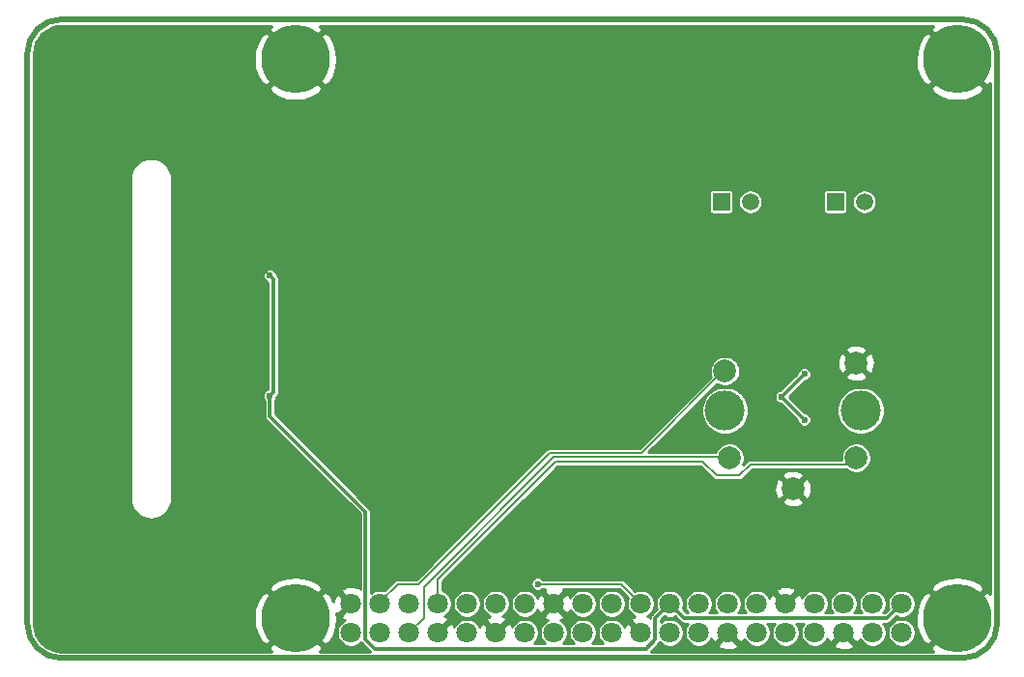
<source format=gtl>
G04 #@! TF.GenerationSoftware,KiCad,Pcbnew,5.1.6-c6e7f7d~87~ubuntu18.04.1*
G04 #@! TF.CreationDate,2020-07-27T17:04:26+02:00*
G04 #@! TF.ProjectId,DG3-MTR_GUI-PI,4447332d-4d54-4525-9f47-55492d50492e,rev?*
G04 #@! TF.SameCoordinates,PX78a3ca0PY77afa60*
G04 #@! TF.FileFunction,Copper,L1,Top*
G04 #@! TF.FilePolarity,Positive*
%FSLAX46Y46*%
G04 Gerber Fmt 4.6, Leading zero omitted, Abs format (unit mm)*
G04 Created by KiCad (PCBNEW 5.1.6-c6e7f7d~87~ubuntu18.04.1) date 2020-07-27 17:04:26*
%MOMM*%
%LPD*%
G01*
G04 APERTURE LIST*
G04 #@! TA.AperFunction,Profile*
%ADD10C,0.500000*%
G04 #@! TD*
G04 #@! TA.AperFunction,ComponentPad*
%ADD11C,6.000000*%
G04 #@! TD*
G04 #@! TA.AperFunction,ComponentPad*
%ADD12C,1.800000*%
G04 #@! TD*
G04 #@! TA.AperFunction,WasherPad*
%ADD13C,3.500000*%
G04 #@! TD*
G04 #@! TA.AperFunction,ComponentPad*
%ADD14C,2.000000*%
G04 #@! TD*
G04 #@! TA.AperFunction,ComponentPad*
%ADD15R,1.500000X1.500000*%
G04 #@! TD*
G04 #@! TA.AperFunction,ComponentPad*
%ADD16C,1.500000*%
G04 #@! TD*
G04 #@! TA.AperFunction,ViaPad*
%ADD17C,0.600000*%
G04 #@! TD*
G04 #@! TA.AperFunction,Conductor*
%ADD18C,0.300000*%
G04 #@! TD*
G04 #@! TA.AperFunction,Conductor*
%ADD19C,0.200000*%
G04 #@! TD*
G04 #@! TA.AperFunction,Conductor*
%ADD20C,0.254000*%
G04 #@! TD*
G04 APERTURE END LIST*
D10*
X82000000Y0D02*
X3000000Y0D01*
X82000000Y56000000D02*
X3000000Y56000001D01*
X3000000Y0D02*
G75*
G02*
X0Y3000000I0J3000000D01*
G01*
X0Y3000000D02*
X0Y53000000D01*
X-1Y53000000D02*
G75*
G02*
X3000000Y56000001I3000001J0D01*
G01*
X82000000Y56000000D02*
G75*
G02*
X85000000Y53000000I0J-3000000D01*
G01*
X85000000Y3000000D02*
G75*
G02*
X82000000Y0I-3000000J0D01*
G01*
X85000000Y53000000D02*
X85000000Y3000000D01*
D11*
X81500000Y3500000D03*
X81500000Y52500000D03*
X23500000Y52500000D03*
X23500000Y3500001D03*
D12*
X76630000Y2230000D03*
X76630000Y4770000D03*
X74090000Y2230000D03*
X74090000Y4770000D03*
X71550000Y2230000D03*
X71550000Y4770000D03*
X69010000Y2230000D03*
X69010000Y4770000D03*
X66470000Y2230000D03*
X66470000Y4770000D03*
X63930000Y2230000D03*
X63930000Y4770000D03*
X61390000Y2230000D03*
X61390000Y4770000D03*
X58850000Y2230000D03*
X58850000Y4770000D03*
X56310000Y2230000D03*
X56310000Y4770000D03*
X53770000Y2230000D03*
X53770000Y4770000D03*
X51230000Y2230000D03*
X51230000Y4770000D03*
X48690000Y2230000D03*
X48690000Y4770000D03*
X46150000Y2230000D03*
X46150000Y4770000D03*
X43610000Y2230000D03*
X43610000Y4770000D03*
X41070000Y2230000D03*
X41070000Y4770000D03*
X38530000Y2230000D03*
X38530000Y4770000D03*
X35990000Y2230000D03*
X35990000Y4770000D03*
X33450000Y2230000D03*
X33450000Y4770000D03*
X30910000Y2230000D03*
X30910000Y4770000D03*
X28370000Y2230000D03*
X28370000Y4770000D03*
D13*
X61150000Y21700000D03*
X73050000Y21700000D03*
D14*
X67100000Y14850000D03*
X72650000Y17550000D03*
X61550000Y17550000D03*
X61150000Y25150000D03*
X72650000Y25850000D03*
D15*
X60825000Y40000000D03*
D16*
X63365000Y40000000D03*
D15*
X70825000Y40000000D03*
D16*
X73365000Y40000000D03*
D17*
X19900000Y37700000D03*
X19900000Y18300000D03*
X16930000Y36190000D03*
X16940000Y19800000D03*
X25000000Y28750000D03*
X24750000Y21500000D03*
X24750000Y20000000D03*
X24750000Y34500000D03*
X24750000Y36000000D03*
X26500000Y37750000D03*
X25250000Y23000000D03*
X18750000Y32250000D03*
X18750000Y31250000D03*
X18750000Y30250000D03*
X20750000Y28250000D03*
X20750000Y27250000D03*
X20750000Y20750000D03*
X25500000Y33000000D03*
X67470000Y52140000D03*
X68540000Y52590000D03*
X73460000Y53840000D03*
X64770000Y48390000D03*
X24250000Y25250000D03*
X65900000Y21900000D03*
X68300000Y23900000D03*
X68300000Y19900000D03*
X18750000Y21750000D03*
X65600000Y41000000D03*
X66900000Y41700000D03*
X55700000Y40900000D03*
X57000000Y41700000D03*
X20700000Y30750000D03*
X20700000Y31750000D03*
X18750000Y27750000D03*
X18750000Y26848416D03*
X21275000Y33525000D03*
X21250000Y23000000D03*
X68100000Y20900000D03*
X66100000Y22900000D03*
X68100000Y24900000D03*
X44750009Y6499991D03*
D18*
X21574999Y33225001D02*
X21574999Y23324999D01*
X21275000Y33525000D02*
X21574999Y33225001D01*
X21574999Y23324999D02*
X21250000Y23000000D01*
X75360000Y3500000D02*
X76630000Y4770000D01*
X56310000Y4770000D02*
X57580000Y3500000D01*
X57580000Y3500000D02*
X75360000Y3500000D01*
X55050000Y3510000D02*
X56310000Y4770000D01*
X55050000Y1620000D02*
X55050000Y3510000D01*
X21250000Y21212002D02*
X29650000Y12812002D01*
X21250000Y23000000D02*
X21250000Y21212002D01*
X29650000Y12812002D02*
X29650000Y1639998D01*
X54230000Y800000D02*
X55050000Y1620000D01*
X29650000Y1639998D02*
X30489998Y800000D01*
X30489998Y800000D02*
X54230000Y800000D01*
X68100000Y20900000D02*
X66100000Y22900000D01*
X66100000Y22900000D02*
X68100000Y24900000D01*
D19*
X53770000Y4770000D02*
X52040009Y6499991D01*
X52040009Y6499991D02*
X44750009Y6499991D01*
X72100000Y17000000D02*
X72650000Y17550000D01*
X63400000Y17000000D02*
X72100000Y17000000D01*
X35990000Y6890000D02*
X46300000Y17200000D01*
X35990000Y4770000D02*
X35990000Y6890000D01*
X60400000Y16000000D02*
X62400000Y16000000D01*
X46300000Y17200000D02*
X59200000Y17200000D01*
X59200000Y17200000D02*
X60400000Y16000000D01*
X62400000Y16000000D02*
X63400000Y17000000D01*
X30910000Y4910000D02*
X30910000Y4770000D01*
X60950000Y25150000D02*
X53800000Y18000000D01*
X61150000Y25150000D02*
X60950000Y25150000D01*
X53800000Y18000000D02*
X45750000Y18000000D01*
X45750000Y18000000D02*
X34250000Y6500000D01*
X34250000Y6500000D02*
X32500000Y6500000D01*
X32500000Y6500000D02*
X30910000Y4910000D01*
X34750000Y3530000D02*
X33450000Y2230000D01*
X46100000Y17600000D02*
X34750000Y6250000D01*
X34750000Y6250000D02*
X34750000Y3530000D01*
X61550000Y17550000D02*
X61500000Y17600000D01*
X61500000Y17600000D02*
X46100000Y17600000D01*
D20*
G36*
X21120919Y55058686D02*
G01*
X23500000Y52679605D01*
X25879081Y55058686D01*
X25618035Y55423001D01*
X79381964Y55423000D01*
X79120919Y55058686D01*
X81500000Y52679605D01*
X81514143Y52693747D01*
X81693748Y52514142D01*
X81679605Y52500000D01*
X84058686Y50120919D01*
X84423000Y50381964D01*
X84423001Y5618035D01*
X84058686Y5879081D01*
X81679605Y3500000D01*
X81693748Y3485857D01*
X81514143Y3306252D01*
X81500000Y3320395D01*
X79120919Y941314D01*
X79381964Y577000D01*
X54681579Y577000D01*
X55370729Y1266149D01*
X55388921Y1281079D01*
X55448529Y1353711D01*
X55449407Y1355353D01*
X55527833Y1276927D01*
X55728798Y1142647D01*
X55952097Y1050153D01*
X56189151Y1003000D01*
X56430849Y1003000D01*
X56667903Y1050153D01*
X56891202Y1142647D01*
X57092167Y1276927D01*
X57263073Y1447833D01*
X57397353Y1648798D01*
X57489847Y1872097D01*
X57537000Y2109151D01*
X57537000Y2350849D01*
X57489847Y2587903D01*
X57397353Y2811202D01*
X57263073Y3012167D01*
X57092167Y3183073D01*
X56891202Y3317353D01*
X56667903Y3409847D01*
X56430849Y3457000D01*
X56189151Y3457000D01*
X55952097Y3409847D01*
X55728798Y3317353D01*
X55527833Y3183073D01*
X55527000Y3182240D01*
X55527000Y3312421D01*
X55847895Y3633315D01*
X55952097Y3590153D01*
X56189151Y3543000D01*
X56430849Y3543000D01*
X56667903Y3590153D01*
X56772105Y3633315D01*
X57226149Y3179271D01*
X57241079Y3161079D01*
X57313711Y3101471D01*
X57396577Y3057178D01*
X57486492Y3029903D01*
X57556577Y3023000D01*
X57556584Y3023000D01*
X57579999Y3020694D01*
X57603414Y3023000D01*
X57907760Y3023000D01*
X57896927Y3012167D01*
X57762647Y2811202D01*
X57670153Y2587903D01*
X57623000Y2350849D01*
X57623000Y2109151D01*
X57670153Y1872097D01*
X57762647Y1648798D01*
X57896927Y1447833D01*
X58067833Y1276927D01*
X58268798Y1142647D01*
X58492097Y1050153D01*
X58729151Y1003000D01*
X58970849Y1003000D01*
X59207903Y1050153D01*
X59431202Y1142647D01*
X59466032Y1165920D01*
X60505525Y1165920D01*
X60589208Y911739D01*
X60861775Y780842D01*
X61154642Y705635D01*
X61456553Y689009D01*
X61755907Y731603D01*
X62041199Y831778D01*
X62190792Y911739D01*
X62274475Y1165920D01*
X61390000Y2050395D01*
X60505525Y1165920D01*
X59466032Y1165920D01*
X59632167Y1276927D01*
X59803073Y1447833D01*
X59937353Y1648798D01*
X59953507Y1687796D01*
X59991778Y1578801D01*
X60071739Y1429208D01*
X60325920Y1345525D01*
X61210395Y2230000D01*
X61196253Y2244142D01*
X61375858Y2423747D01*
X61390000Y2409605D01*
X61404143Y2423747D01*
X61583748Y2244142D01*
X61569605Y2230000D01*
X62454080Y1345525D01*
X62708261Y1429208D01*
X62829249Y1681142D01*
X62842647Y1648798D01*
X62976927Y1447833D01*
X63147833Y1276927D01*
X63348798Y1142647D01*
X63572097Y1050153D01*
X63809151Y1003000D01*
X64050849Y1003000D01*
X64287903Y1050153D01*
X64511202Y1142647D01*
X64712167Y1276927D01*
X64883073Y1447833D01*
X65017353Y1648798D01*
X65109847Y1872097D01*
X65157000Y2109151D01*
X65157000Y2350849D01*
X65109847Y2587903D01*
X65017353Y2811202D01*
X64883073Y3012167D01*
X64872240Y3023000D01*
X65527760Y3023000D01*
X65516927Y3012167D01*
X65382647Y2811202D01*
X65290153Y2587903D01*
X65243000Y2350849D01*
X65243000Y2109151D01*
X65290153Y1872097D01*
X65382647Y1648798D01*
X65516927Y1447833D01*
X65687833Y1276927D01*
X65888798Y1142647D01*
X66112097Y1050153D01*
X66349151Y1003000D01*
X66590849Y1003000D01*
X66827903Y1050153D01*
X67051202Y1142647D01*
X67252167Y1276927D01*
X67423073Y1447833D01*
X67557353Y1648798D01*
X67649847Y1872097D01*
X67697000Y2109151D01*
X67697000Y2350849D01*
X67649847Y2587903D01*
X67557353Y2811202D01*
X67423073Y3012167D01*
X67412240Y3023000D01*
X68067760Y3023000D01*
X68056927Y3012167D01*
X67922647Y2811202D01*
X67830153Y2587903D01*
X67783000Y2350849D01*
X67783000Y2109151D01*
X67830153Y1872097D01*
X67922647Y1648798D01*
X68056927Y1447833D01*
X68227833Y1276927D01*
X68428798Y1142647D01*
X68652097Y1050153D01*
X68889151Y1003000D01*
X69130849Y1003000D01*
X69367903Y1050153D01*
X69591202Y1142647D01*
X69626032Y1165920D01*
X70665525Y1165920D01*
X70749208Y911739D01*
X71021775Y780842D01*
X71314642Y705635D01*
X71616553Y689009D01*
X71915907Y731603D01*
X72201199Y831778D01*
X72350792Y911739D01*
X72434475Y1165920D01*
X71550000Y2050395D01*
X70665525Y1165920D01*
X69626032Y1165920D01*
X69792167Y1276927D01*
X69963073Y1447833D01*
X70097353Y1648798D01*
X70113507Y1687796D01*
X70151778Y1578801D01*
X70231739Y1429208D01*
X70485920Y1345525D01*
X71370395Y2230000D01*
X71356253Y2244142D01*
X71535858Y2423747D01*
X71550000Y2409605D01*
X71564143Y2423747D01*
X71743748Y2244142D01*
X71729605Y2230000D01*
X72614080Y1345525D01*
X72868261Y1429208D01*
X72989249Y1681142D01*
X73002647Y1648798D01*
X73136927Y1447833D01*
X73307833Y1276927D01*
X73508798Y1142647D01*
X73732097Y1050153D01*
X73969151Y1003000D01*
X74210849Y1003000D01*
X74447903Y1050153D01*
X74671202Y1142647D01*
X74872167Y1276927D01*
X75043073Y1447833D01*
X75177353Y1648798D01*
X75269847Y1872097D01*
X75317000Y2109151D01*
X75317000Y2350849D01*
X75403000Y2350849D01*
X75403000Y2109151D01*
X75450153Y1872097D01*
X75542647Y1648798D01*
X75676927Y1447833D01*
X75847833Y1276927D01*
X76048798Y1142647D01*
X76272097Y1050153D01*
X76509151Y1003000D01*
X76750849Y1003000D01*
X76987903Y1050153D01*
X77211202Y1142647D01*
X77412167Y1276927D01*
X77583073Y1447833D01*
X77717353Y1648798D01*
X77809847Y1872097D01*
X77857000Y2109151D01*
X77857000Y2350849D01*
X77809847Y2587903D01*
X77717353Y2811202D01*
X77583073Y3012167D01*
X77412167Y3183073D01*
X77211202Y3317353D01*
X76987903Y3409847D01*
X76750849Y3457000D01*
X76509151Y3457000D01*
X76272097Y3409847D01*
X76048798Y3317353D01*
X75847833Y3183073D01*
X75676927Y3012167D01*
X75542647Y2811202D01*
X75450153Y2587903D01*
X75403000Y2350849D01*
X75317000Y2350849D01*
X75269847Y2587903D01*
X75177353Y2811202D01*
X75043073Y3012167D01*
X75032240Y3023000D01*
X75336585Y3023000D01*
X75360000Y3020694D01*
X75383415Y3023000D01*
X75383423Y3023000D01*
X75453508Y3029903D01*
X75543423Y3057178D01*
X75626289Y3101471D01*
X75698921Y3161079D01*
X75713855Y3179276D01*
X76050990Y3516411D01*
X77847450Y3516411D01*
X77914431Y2803518D01*
X78119204Y2117391D01*
X78453898Y1484397D01*
X78472132Y1457106D01*
X78941314Y1120919D01*
X81320395Y3500000D01*
X78941314Y5879081D01*
X78472132Y5542894D01*
X78131763Y4912932D01*
X77920834Y4228673D01*
X77847450Y3516411D01*
X76050990Y3516411D01*
X76167895Y3633315D01*
X76272097Y3590153D01*
X76509151Y3543000D01*
X76750849Y3543000D01*
X76987903Y3590153D01*
X77211202Y3682647D01*
X77412167Y3816927D01*
X77583073Y3987833D01*
X77717353Y4188798D01*
X77809847Y4412097D01*
X77857000Y4649151D01*
X77857000Y4890849D01*
X77809847Y5127903D01*
X77717353Y5351202D01*
X77583073Y5552167D01*
X77412167Y5723073D01*
X77211202Y5857353D01*
X76987903Y5949847D01*
X76750849Y5997000D01*
X76509151Y5997000D01*
X76272097Y5949847D01*
X76048798Y5857353D01*
X75847833Y5723073D01*
X75676927Y5552167D01*
X75542647Y5351202D01*
X75450153Y5127903D01*
X75403000Y4890849D01*
X75403000Y4649151D01*
X75450153Y4412097D01*
X75493315Y4307895D01*
X75162421Y3977000D01*
X75032240Y3977000D01*
X75043073Y3987833D01*
X75177353Y4188798D01*
X75269847Y4412097D01*
X75317000Y4649151D01*
X75317000Y4890849D01*
X75269847Y5127903D01*
X75177353Y5351202D01*
X75043073Y5552167D01*
X74872167Y5723073D01*
X74671202Y5857353D01*
X74447903Y5949847D01*
X74210849Y5997000D01*
X73969151Y5997000D01*
X73732097Y5949847D01*
X73508798Y5857353D01*
X73307833Y5723073D01*
X73136927Y5552167D01*
X73002647Y5351202D01*
X72910153Y5127903D01*
X72863000Y4890849D01*
X72863000Y4649151D01*
X72910153Y4412097D01*
X73002647Y4188798D01*
X73136927Y3987833D01*
X73147760Y3977000D01*
X72492240Y3977000D01*
X72503073Y3987833D01*
X72637353Y4188798D01*
X72729847Y4412097D01*
X72777000Y4649151D01*
X72777000Y4890849D01*
X72729847Y5127903D01*
X72637353Y5351202D01*
X72503073Y5552167D01*
X72332167Y5723073D01*
X72131202Y5857353D01*
X71907903Y5949847D01*
X71670849Y5997000D01*
X71429151Y5997000D01*
X71192097Y5949847D01*
X70968798Y5857353D01*
X70767833Y5723073D01*
X70596927Y5552167D01*
X70462647Y5351202D01*
X70370153Y5127903D01*
X70323000Y4890849D01*
X70323000Y4649151D01*
X70370153Y4412097D01*
X70462647Y4188798D01*
X70596927Y3987833D01*
X70607760Y3977000D01*
X69952240Y3977000D01*
X69963073Y3987833D01*
X70097353Y4188798D01*
X70189847Y4412097D01*
X70237000Y4649151D01*
X70237000Y4890849D01*
X70189847Y5127903D01*
X70097353Y5351202D01*
X69963073Y5552167D01*
X69792167Y5723073D01*
X69591202Y5857353D01*
X69367903Y5949847D01*
X69130849Y5997000D01*
X68889151Y5997000D01*
X68652097Y5949847D01*
X68428798Y5857353D01*
X68227833Y5723073D01*
X68056927Y5552167D01*
X67922647Y5351202D01*
X67906493Y5312204D01*
X67868222Y5421199D01*
X67788261Y5570792D01*
X67534080Y5654475D01*
X66649605Y4770000D01*
X66663748Y4755857D01*
X66484143Y4576252D01*
X66470000Y4590395D01*
X66455858Y4576252D01*
X66276253Y4755857D01*
X66290395Y4770000D01*
X65405920Y5654475D01*
X65151739Y5570792D01*
X65030751Y5318858D01*
X65017353Y5351202D01*
X64883073Y5552167D01*
X64712167Y5723073D01*
X64546033Y5834080D01*
X65585525Y5834080D01*
X66470000Y4949605D01*
X67354475Y5834080D01*
X67280529Y6058686D01*
X79120919Y6058686D01*
X81500000Y3679605D01*
X83879081Y6058686D01*
X83542894Y6527868D01*
X82912932Y6868237D01*
X82228673Y7079166D01*
X81516411Y7152550D01*
X80803518Y7085569D01*
X80117391Y6880796D01*
X79484397Y6546102D01*
X79457106Y6527868D01*
X79120919Y6058686D01*
X67280529Y6058686D01*
X67270792Y6088261D01*
X66998225Y6219158D01*
X66705358Y6294365D01*
X66403447Y6310991D01*
X66104093Y6268397D01*
X65818801Y6168222D01*
X65669208Y6088261D01*
X65585525Y5834080D01*
X64546033Y5834080D01*
X64511202Y5857353D01*
X64287903Y5949847D01*
X64050849Y5997000D01*
X63809151Y5997000D01*
X63572097Y5949847D01*
X63348798Y5857353D01*
X63147833Y5723073D01*
X62976927Y5552167D01*
X62842647Y5351202D01*
X62750153Y5127903D01*
X62703000Y4890849D01*
X62703000Y4649151D01*
X62750153Y4412097D01*
X62842647Y4188798D01*
X62976927Y3987833D01*
X62987760Y3977000D01*
X62332240Y3977000D01*
X62343073Y3987833D01*
X62477353Y4188798D01*
X62569847Y4412097D01*
X62617000Y4649151D01*
X62617000Y4890849D01*
X62569847Y5127903D01*
X62477353Y5351202D01*
X62343073Y5552167D01*
X62172167Y5723073D01*
X61971202Y5857353D01*
X61747903Y5949847D01*
X61510849Y5997000D01*
X61269151Y5997000D01*
X61032097Y5949847D01*
X60808798Y5857353D01*
X60607833Y5723073D01*
X60436927Y5552167D01*
X60302647Y5351202D01*
X60210153Y5127903D01*
X60163000Y4890849D01*
X60163000Y4649151D01*
X60210153Y4412097D01*
X60302647Y4188798D01*
X60436927Y3987833D01*
X60447760Y3977000D01*
X59792240Y3977000D01*
X59803073Y3987833D01*
X59937353Y4188798D01*
X60029847Y4412097D01*
X60077000Y4649151D01*
X60077000Y4890849D01*
X60029847Y5127903D01*
X59937353Y5351202D01*
X59803073Y5552167D01*
X59632167Y5723073D01*
X59431202Y5857353D01*
X59207903Y5949847D01*
X58970849Y5997000D01*
X58729151Y5997000D01*
X58492097Y5949847D01*
X58268798Y5857353D01*
X58067833Y5723073D01*
X57896927Y5552167D01*
X57762647Y5351202D01*
X57670153Y5127903D01*
X57623000Y4890849D01*
X57623000Y4649151D01*
X57670153Y4412097D01*
X57762647Y4188798D01*
X57896927Y3987833D01*
X57907760Y3977000D01*
X57777580Y3977000D01*
X57446685Y4307895D01*
X57489847Y4412097D01*
X57537000Y4649151D01*
X57537000Y4890849D01*
X57489847Y5127903D01*
X57397353Y5351202D01*
X57263073Y5552167D01*
X57092167Y5723073D01*
X56891202Y5857353D01*
X56667903Y5949847D01*
X56430849Y5997000D01*
X56189151Y5997000D01*
X55952097Y5949847D01*
X55728798Y5857353D01*
X55527833Y5723073D01*
X55356927Y5552167D01*
X55222647Y5351202D01*
X55130153Y5127903D01*
X55083000Y4890849D01*
X55083000Y4649151D01*
X55130153Y4412097D01*
X55173315Y4307895D01*
X54729271Y3863850D01*
X54711080Y3848921D01*
X54696151Y3830730D01*
X54696148Y3830727D01*
X54684823Y3816927D01*
X54651472Y3776289D01*
X54627796Y3731995D01*
X54607178Y3693422D01*
X54579903Y3603507D01*
X54573617Y3539680D01*
X54570792Y3548261D01*
X54318858Y3669249D01*
X54351202Y3682647D01*
X54552167Y3816927D01*
X54723073Y3987833D01*
X54857353Y4188798D01*
X54949847Y4412097D01*
X54997000Y4649151D01*
X54997000Y4890849D01*
X54949847Y5127903D01*
X54857353Y5351202D01*
X54723073Y5552167D01*
X54552167Y5723073D01*
X54351202Y5857353D01*
X54127903Y5949847D01*
X53890849Y5997000D01*
X53649151Y5997000D01*
X53412097Y5949847D01*
X53257895Y5885974D01*
X52356777Y6787091D01*
X52343404Y6803386D01*
X52278385Y6856746D01*
X52204205Y6896396D01*
X52123716Y6920813D01*
X52060987Y6926991D01*
X52060976Y6926991D01*
X52040009Y6929056D01*
X52019042Y6926991D01*
X45209721Y6926991D01*
X45149698Y6987014D01*
X45047005Y7055631D01*
X44932898Y7102896D01*
X44811763Y7126991D01*
X44688255Y7126991D01*
X44567120Y7102896D01*
X44453013Y7055631D01*
X44350320Y6987014D01*
X44262986Y6899680D01*
X44194369Y6796987D01*
X44147104Y6682880D01*
X44123009Y6561745D01*
X44123009Y6438237D01*
X44147104Y6317102D01*
X44194369Y6202995D01*
X44262986Y6100302D01*
X44350320Y6012968D01*
X44453013Y5944351D01*
X44567120Y5897086D01*
X44688255Y5872991D01*
X44811763Y5872991D01*
X44932898Y5897086D01*
X45047005Y5944351D01*
X45149698Y6012968D01*
X45209721Y6072991D01*
X45344181Y6072991D01*
X45265525Y5834080D01*
X46150000Y4949605D01*
X47034475Y5834080D01*
X46955819Y6072991D01*
X51863141Y6072991D01*
X52654026Y5282105D01*
X52590153Y5127903D01*
X52543000Y4890849D01*
X52543000Y4649151D01*
X52590153Y4412097D01*
X52682647Y4188798D01*
X52816927Y3987833D01*
X52987833Y3816927D01*
X53188798Y3682647D01*
X53227796Y3666493D01*
X53118801Y3628222D01*
X52969208Y3548261D01*
X52885525Y3294080D01*
X53770000Y2409605D01*
X53784143Y2423747D01*
X53963748Y2244142D01*
X53949605Y2230000D01*
X53963748Y2215857D01*
X53784143Y2036252D01*
X53770000Y2050395D01*
X53755858Y2036252D01*
X53576253Y2215857D01*
X53590395Y2230000D01*
X52705920Y3114475D01*
X52451739Y3030792D01*
X52330751Y2778858D01*
X52317353Y2811202D01*
X52183073Y3012167D01*
X52012167Y3183073D01*
X51811202Y3317353D01*
X51587903Y3409847D01*
X51350849Y3457000D01*
X51109151Y3457000D01*
X50872097Y3409847D01*
X50648798Y3317353D01*
X50447833Y3183073D01*
X50276927Y3012167D01*
X50142647Y2811202D01*
X50050153Y2587903D01*
X50003000Y2350849D01*
X50003000Y2109151D01*
X50050153Y1872097D01*
X50142647Y1648798D01*
X50276927Y1447833D01*
X50447760Y1277000D01*
X49472240Y1277000D01*
X49643073Y1447833D01*
X49777353Y1648798D01*
X49869847Y1872097D01*
X49917000Y2109151D01*
X49917000Y2350849D01*
X49869847Y2587903D01*
X49777353Y2811202D01*
X49643073Y3012167D01*
X49472167Y3183073D01*
X49271202Y3317353D01*
X49047903Y3409847D01*
X48810849Y3457000D01*
X48569151Y3457000D01*
X48332097Y3409847D01*
X48108798Y3317353D01*
X47907833Y3183073D01*
X47736927Y3012167D01*
X47602647Y2811202D01*
X47510153Y2587903D01*
X47463000Y2350849D01*
X47463000Y2109151D01*
X47510153Y1872097D01*
X47602647Y1648798D01*
X47736927Y1447833D01*
X47907760Y1277000D01*
X46932240Y1277000D01*
X47103073Y1447833D01*
X47237353Y1648798D01*
X47329847Y1872097D01*
X47377000Y2109151D01*
X47377000Y2350849D01*
X47329847Y2587903D01*
X47237353Y2811202D01*
X47103073Y3012167D01*
X46932167Y3183073D01*
X46731202Y3317353D01*
X46692204Y3333507D01*
X46801199Y3371778D01*
X46950792Y3451739D01*
X47034475Y3705920D01*
X46150000Y4590395D01*
X45265525Y3705920D01*
X45349208Y3451739D01*
X45601142Y3330751D01*
X45568798Y3317353D01*
X45367833Y3183073D01*
X45196927Y3012167D01*
X45062647Y2811202D01*
X44970153Y2587903D01*
X44923000Y2350849D01*
X44923000Y2109151D01*
X44970153Y1872097D01*
X45062647Y1648798D01*
X45196927Y1447833D01*
X45367760Y1277000D01*
X44392240Y1277000D01*
X44563073Y1447833D01*
X44697353Y1648798D01*
X44789847Y1872097D01*
X44837000Y2109151D01*
X44837000Y2350849D01*
X44789847Y2587903D01*
X44697353Y2811202D01*
X44563073Y3012167D01*
X44392167Y3183073D01*
X44191202Y3317353D01*
X43967903Y3409847D01*
X43730849Y3457000D01*
X43489151Y3457000D01*
X43252097Y3409847D01*
X43028798Y3317353D01*
X42827833Y3183073D01*
X42656927Y3012167D01*
X42522647Y2811202D01*
X42506493Y2772204D01*
X42468222Y2881199D01*
X42388261Y3030792D01*
X42134080Y3114475D01*
X41249605Y2230000D01*
X41263748Y2215857D01*
X41084143Y2036252D01*
X41070000Y2050395D01*
X41055858Y2036252D01*
X40876253Y2215857D01*
X40890395Y2230000D01*
X40005920Y3114475D01*
X39751739Y3030792D01*
X39630751Y2778858D01*
X39617353Y2811202D01*
X39483073Y3012167D01*
X39312167Y3183073D01*
X39111202Y3317353D01*
X38887903Y3409847D01*
X38650849Y3457000D01*
X38409151Y3457000D01*
X38172097Y3409847D01*
X37948798Y3317353D01*
X37747833Y3183073D01*
X37576927Y3012167D01*
X37442647Y2811202D01*
X37426493Y2772204D01*
X37388222Y2881199D01*
X37308261Y3030792D01*
X37054080Y3114475D01*
X36169605Y2230000D01*
X36183748Y2215857D01*
X36004143Y2036252D01*
X35990000Y2050395D01*
X35975858Y2036252D01*
X35796253Y2215857D01*
X35810395Y2230000D01*
X35796253Y2244142D01*
X35975858Y2423747D01*
X35990000Y2409605D01*
X36874475Y3294080D01*
X36790792Y3548261D01*
X36538858Y3669249D01*
X36571202Y3682647D01*
X36772167Y3816927D01*
X36943073Y3987833D01*
X37077353Y4188798D01*
X37169847Y4412097D01*
X37217000Y4649151D01*
X37217000Y4890849D01*
X37303000Y4890849D01*
X37303000Y4649151D01*
X37350153Y4412097D01*
X37442647Y4188798D01*
X37576927Y3987833D01*
X37747833Y3816927D01*
X37948798Y3682647D01*
X38172097Y3590153D01*
X38409151Y3543000D01*
X38650849Y3543000D01*
X38887903Y3590153D01*
X39111202Y3682647D01*
X39312167Y3816927D01*
X39483073Y3987833D01*
X39617353Y4188798D01*
X39709847Y4412097D01*
X39757000Y4649151D01*
X39757000Y4890849D01*
X39843000Y4890849D01*
X39843000Y4649151D01*
X39890153Y4412097D01*
X39982647Y4188798D01*
X40116927Y3987833D01*
X40287833Y3816927D01*
X40488798Y3682647D01*
X40527796Y3666493D01*
X40418801Y3628222D01*
X40269208Y3548261D01*
X40185525Y3294080D01*
X41070000Y2409605D01*
X41954475Y3294080D01*
X41870792Y3548261D01*
X41618858Y3669249D01*
X41651202Y3682647D01*
X41852167Y3816927D01*
X42023073Y3987833D01*
X42157353Y4188798D01*
X42249847Y4412097D01*
X42297000Y4649151D01*
X42297000Y4890849D01*
X42383000Y4890849D01*
X42383000Y4649151D01*
X42430153Y4412097D01*
X42522647Y4188798D01*
X42656927Y3987833D01*
X42827833Y3816927D01*
X43028798Y3682647D01*
X43252097Y3590153D01*
X43489151Y3543000D01*
X43730849Y3543000D01*
X43967903Y3590153D01*
X44191202Y3682647D01*
X44392167Y3816927D01*
X44563073Y3987833D01*
X44697353Y4188798D01*
X44713507Y4227796D01*
X44751778Y4118801D01*
X44831739Y3969208D01*
X45085920Y3885525D01*
X45970395Y4770000D01*
X46329605Y4770000D01*
X47214080Y3885525D01*
X47468261Y3969208D01*
X47589249Y4221142D01*
X47602647Y4188798D01*
X47736927Y3987833D01*
X47907833Y3816927D01*
X48108798Y3682647D01*
X48332097Y3590153D01*
X48569151Y3543000D01*
X48810849Y3543000D01*
X49047903Y3590153D01*
X49271202Y3682647D01*
X49472167Y3816927D01*
X49643073Y3987833D01*
X49777353Y4188798D01*
X49869847Y4412097D01*
X49917000Y4649151D01*
X49917000Y4890849D01*
X50003000Y4890849D01*
X50003000Y4649151D01*
X50050153Y4412097D01*
X50142647Y4188798D01*
X50276927Y3987833D01*
X50447833Y3816927D01*
X50648798Y3682647D01*
X50872097Y3590153D01*
X51109151Y3543000D01*
X51350849Y3543000D01*
X51587903Y3590153D01*
X51811202Y3682647D01*
X52012167Y3816927D01*
X52183073Y3987833D01*
X52317353Y4188798D01*
X52409847Y4412097D01*
X52457000Y4649151D01*
X52457000Y4890849D01*
X52409847Y5127903D01*
X52317353Y5351202D01*
X52183073Y5552167D01*
X52012167Y5723073D01*
X51811202Y5857353D01*
X51587903Y5949847D01*
X51350849Y5997000D01*
X51109151Y5997000D01*
X50872097Y5949847D01*
X50648798Y5857353D01*
X50447833Y5723073D01*
X50276927Y5552167D01*
X50142647Y5351202D01*
X50050153Y5127903D01*
X50003000Y4890849D01*
X49917000Y4890849D01*
X49869847Y5127903D01*
X49777353Y5351202D01*
X49643073Y5552167D01*
X49472167Y5723073D01*
X49271202Y5857353D01*
X49047903Y5949847D01*
X48810849Y5997000D01*
X48569151Y5997000D01*
X48332097Y5949847D01*
X48108798Y5857353D01*
X47907833Y5723073D01*
X47736927Y5552167D01*
X47602647Y5351202D01*
X47586493Y5312204D01*
X47548222Y5421199D01*
X47468261Y5570792D01*
X47214080Y5654475D01*
X46329605Y4770000D01*
X45970395Y4770000D01*
X45085920Y5654475D01*
X44831739Y5570792D01*
X44710751Y5318858D01*
X44697353Y5351202D01*
X44563073Y5552167D01*
X44392167Y5723073D01*
X44191202Y5857353D01*
X43967903Y5949847D01*
X43730849Y5997000D01*
X43489151Y5997000D01*
X43252097Y5949847D01*
X43028798Y5857353D01*
X42827833Y5723073D01*
X42656927Y5552167D01*
X42522647Y5351202D01*
X42430153Y5127903D01*
X42383000Y4890849D01*
X42297000Y4890849D01*
X42249847Y5127903D01*
X42157353Y5351202D01*
X42023073Y5552167D01*
X41852167Y5723073D01*
X41651202Y5857353D01*
X41427903Y5949847D01*
X41190849Y5997000D01*
X40949151Y5997000D01*
X40712097Y5949847D01*
X40488798Y5857353D01*
X40287833Y5723073D01*
X40116927Y5552167D01*
X39982647Y5351202D01*
X39890153Y5127903D01*
X39843000Y4890849D01*
X39757000Y4890849D01*
X39709847Y5127903D01*
X39617353Y5351202D01*
X39483073Y5552167D01*
X39312167Y5723073D01*
X39111202Y5857353D01*
X38887903Y5949847D01*
X38650849Y5997000D01*
X38409151Y5997000D01*
X38172097Y5949847D01*
X37948798Y5857353D01*
X37747833Y5723073D01*
X37576927Y5552167D01*
X37442647Y5351202D01*
X37350153Y5127903D01*
X37303000Y4890849D01*
X37217000Y4890849D01*
X37169847Y5127903D01*
X37077353Y5351202D01*
X36943073Y5552167D01*
X36772167Y5723073D01*
X36571202Y5857353D01*
X36417000Y5921226D01*
X36417000Y6713132D01*
X43418455Y13714587D01*
X66144192Y13714587D01*
X66239956Y13450186D01*
X66529571Y13309296D01*
X66841108Y13227616D01*
X67162595Y13208282D01*
X67481675Y13252039D01*
X67786088Y13357205D01*
X67960044Y13450186D01*
X68055808Y13714587D01*
X67100000Y14670395D01*
X66144192Y13714587D01*
X43418455Y13714587D01*
X44491273Y14787405D01*
X65458282Y14787405D01*
X65502039Y14468325D01*
X65607205Y14163912D01*
X65700186Y13989956D01*
X65964587Y13894192D01*
X66920395Y14850000D01*
X67279605Y14850000D01*
X68235413Y13894192D01*
X68499814Y13989956D01*
X68640704Y14279571D01*
X68722384Y14591108D01*
X68741718Y14912595D01*
X68697961Y15231675D01*
X68592795Y15536088D01*
X68499814Y15710044D01*
X68235413Y15805808D01*
X67279605Y14850000D01*
X66920395Y14850000D01*
X65964587Y15805808D01*
X65700186Y15710044D01*
X65559296Y15420429D01*
X65477616Y15108892D01*
X65458282Y14787405D01*
X44491273Y14787405D01*
X46476869Y16773000D01*
X59023132Y16773000D01*
X60083241Y15712889D01*
X60096605Y15696605D01*
X60112889Y15683241D01*
X60112898Y15683232D01*
X60161623Y15643245D01*
X60201273Y15622052D01*
X60235804Y15603595D01*
X60316293Y15579178D01*
X60379022Y15573000D01*
X60379034Y15573000D01*
X60399999Y15570935D01*
X60420964Y15573000D01*
X62379033Y15573000D01*
X62400000Y15570935D01*
X62420967Y15573000D01*
X62420978Y15573000D01*
X62483707Y15579178D01*
X62564196Y15603595D01*
X62638376Y15643245D01*
X62703395Y15696605D01*
X62716768Y15712900D01*
X62989281Y15985413D01*
X66144192Y15985413D01*
X67100000Y15029605D01*
X68055808Y15985413D01*
X67960044Y16249814D01*
X67670429Y16390704D01*
X67358892Y16472384D01*
X67037405Y16491718D01*
X66718325Y16447961D01*
X66413912Y16342795D01*
X66239956Y16249814D01*
X66144192Y15985413D01*
X62989281Y15985413D01*
X63576869Y16573000D01*
X71750339Y16573000D01*
X71804087Y16519252D01*
X72021430Y16374028D01*
X72262928Y16273996D01*
X72519302Y16223000D01*
X72780698Y16223000D01*
X73037072Y16273996D01*
X73278570Y16374028D01*
X73495913Y16519252D01*
X73680748Y16704087D01*
X73825972Y16921430D01*
X73926004Y17162928D01*
X73977000Y17419302D01*
X73977000Y17680698D01*
X73926004Y17937072D01*
X73825972Y18178570D01*
X73680748Y18395913D01*
X73495913Y18580748D01*
X73278570Y18725972D01*
X73037072Y18826004D01*
X72780698Y18877000D01*
X72519302Y18877000D01*
X72262928Y18826004D01*
X72021430Y18725972D01*
X71804087Y18580748D01*
X71619252Y18395913D01*
X71474028Y18178570D01*
X71373996Y17937072D01*
X71323000Y17680698D01*
X71323000Y17427000D01*
X63420967Y17427000D01*
X63400000Y17429065D01*
X63379033Y17427000D01*
X63379022Y17427000D01*
X63316293Y17420822D01*
X63254537Y17402088D01*
X63235803Y17396405D01*
X63161624Y17356756D01*
X63112899Y17316768D01*
X63112895Y17316764D01*
X63096605Y17303395D01*
X63083236Y17287105D01*
X62731919Y16935788D01*
X62826004Y17162928D01*
X62877000Y17419302D01*
X62877000Y17680698D01*
X62826004Y17937072D01*
X62725972Y18178570D01*
X62580748Y18395913D01*
X62395913Y18580748D01*
X62178570Y18725972D01*
X61937072Y18826004D01*
X61680698Y18877000D01*
X61419302Y18877000D01*
X61162928Y18826004D01*
X60921430Y18725972D01*
X60704087Y18580748D01*
X60519252Y18395913D01*
X60374028Y18178570D01*
X60311245Y18027000D01*
X54430868Y18027000D01*
X58308435Y21904567D01*
X59073000Y21904567D01*
X59073000Y21495433D01*
X59152818Y21094161D01*
X59309386Y20716171D01*
X59536689Y20375989D01*
X59825989Y20086689D01*
X60166171Y19859386D01*
X60544161Y19702818D01*
X60945433Y19623000D01*
X61354567Y19623000D01*
X61755839Y19702818D01*
X62133829Y19859386D01*
X62474011Y20086689D01*
X62763311Y20375989D01*
X62990614Y20716171D01*
X63147182Y21094161D01*
X63227000Y21495433D01*
X63227000Y21904567D01*
X63147182Y22305839D01*
X62990614Y22683829D01*
X62804910Y22961754D01*
X65473000Y22961754D01*
X65473000Y22838246D01*
X65497095Y22717111D01*
X65544360Y22603004D01*
X65612977Y22500311D01*
X65700311Y22412977D01*
X65803004Y22344360D01*
X65917111Y22297095D01*
X66038246Y22273000D01*
X66052421Y22273000D01*
X67473000Y20852420D01*
X67473000Y20838246D01*
X67497095Y20717111D01*
X67544360Y20603004D01*
X67612977Y20500311D01*
X67700311Y20412977D01*
X67803004Y20344360D01*
X67917111Y20297095D01*
X68038246Y20273000D01*
X68161754Y20273000D01*
X68282889Y20297095D01*
X68396996Y20344360D01*
X68499689Y20412977D01*
X68587023Y20500311D01*
X68655640Y20603004D01*
X68702905Y20717111D01*
X68727000Y20838246D01*
X68727000Y20961754D01*
X68702905Y21082889D01*
X68655640Y21196996D01*
X68587023Y21299689D01*
X68499689Y21387023D01*
X68396996Y21455640D01*
X68282889Y21502905D01*
X68161754Y21527000D01*
X68147580Y21527000D01*
X67770013Y21904567D01*
X70973000Y21904567D01*
X70973000Y21495433D01*
X71052818Y21094161D01*
X71209386Y20716171D01*
X71436689Y20375989D01*
X71725989Y20086689D01*
X72066171Y19859386D01*
X72444161Y19702818D01*
X72845433Y19623000D01*
X73254567Y19623000D01*
X73655839Y19702818D01*
X74033829Y19859386D01*
X74374011Y20086689D01*
X74663311Y20375989D01*
X74890614Y20716171D01*
X75047182Y21094161D01*
X75127000Y21495433D01*
X75127000Y21904567D01*
X75047182Y22305839D01*
X74890614Y22683829D01*
X74663311Y23024011D01*
X74374011Y23313311D01*
X74033829Y23540614D01*
X73655839Y23697182D01*
X73254567Y23777000D01*
X72845433Y23777000D01*
X72444161Y23697182D01*
X72066171Y23540614D01*
X71725989Y23313311D01*
X71436689Y23024011D01*
X71209386Y22683829D01*
X71052818Y22305839D01*
X70973000Y21904567D01*
X67770013Y21904567D01*
X66774579Y22900000D01*
X68147580Y24273000D01*
X68161754Y24273000D01*
X68282889Y24297095D01*
X68396996Y24344360D01*
X68499689Y24412977D01*
X68587023Y24500311D01*
X68655640Y24603004D01*
X68701859Y24714587D01*
X71694192Y24714587D01*
X71789956Y24450186D01*
X72079571Y24309296D01*
X72391108Y24227616D01*
X72712595Y24208282D01*
X73031675Y24252039D01*
X73336088Y24357205D01*
X73510044Y24450186D01*
X73605808Y24714587D01*
X72650000Y25670395D01*
X71694192Y24714587D01*
X68701859Y24714587D01*
X68702905Y24717111D01*
X68727000Y24838246D01*
X68727000Y24961754D01*
X68702905Y25082889D01*
X68655640Y25196996D01*
X68587023Y25299689D01*
X68499689Y25387023D01*
X68396996Y25455640D01*
X68282889Y25502905D01*
X68161754Y25527000D01*
X68038246Y25527000D01*
X67917111Y25502905D01*
X67803004Y25455640D01*
X67700311Y25387023D01*
X67612977Y25299689D01*
X67544360Y25196996D01*
X67497095Y25082889D01*
X67473000Y24961754D01*
X67473000Y24947580D01*
X66052421Y23527000D01*
X66038246Y23527000D01*
X65917111Y23502905D01*
X65803004Y23455640D01*
X65700311Y23387023D01*
X65612977Y23299689D01*
X65544360Y23196996D01*
X65497095Y23082889D01*
X65473000Y22961754D01*
X62804910Y22961754D01*
X62763311Y23024011D01*
X62474011Y23313311D01*
X62133829Y23540614D01*
X61755839Y23697182D01*
X61354567Y23777000D01*
X60945433Y23777000D01*
X60544161Y23697182D01*
X60166171Y23540614D01*
X59825989Y23313311D01*
X59536689Y23024011D01*
X59309386Y22683829D01*
X59152818Y22305839D01*
X59073000Y21904567D01*
X58308435Y21904567D01*
X60435388Y24031519D01*
X60521430Y23974028D01*
X60762928Y23873996D01*
X61019302Y23823000D01*
X61280698Y23823000D01*
X61537072Y23873996D01*
X61778570Y23974028D01*
X61995913Y24119252D01*
X62180748Y24304087D01*
X62325972Y24521430D01*
X62426004Y24762928D01*
X62477000Y25019302D01*
X62477000Y25280698D01*
X62426004Y25537072D01*
X62325972Y25778570D01*
X62320069Y25787405D01*
X71008282Y25787405D01*
X71052039Y25468325D01*
X71157205Y25163912D01*
X71250186Y24989956D01*
X71514587Y24894192D01*
X72470395Y25850000D01*
X72829605Y25850000D01*
X73785413Y24894192D01*
X74049814Y24989956D01*
X74190704Y25279571D01*
X74272384Y25591108D01*
X74291718Y25912595D01*
X74247961Y26231675D01*
X74142795Y26536088D01*
X74049814Y26710044D01*
X73785413Y26805808D01*
X72829605Y25850000D01*
X72470395Y25850000D01*
X71514587Y26805808D01*
X71250186Y26710044D01*
X71109296Y26420429D01*
X71027616Y26108892D01*
X71008282Y25787405D01*
X62320069Y25787405D01*
X62180748Y25995913D01*
X61995913Y26180748D01*
X61778570Y26325972D01*
X61537072Y26426004D01*
X61280698Y26477000D01*
X61019302Y26477000D01*
X60762928Y26426004D01*
X60521430Y26325972D01*
X60304087Y26180748D01*
X60119252Y25995913D01*
X59974028Y25778570D01*
X59873996Y25537072D01*
X59823000Y25280698D01*
X59823000Y25019302D01*
X59873996Y24762928D01*
X59898910Y24702779D01*
X53623132Y18427000D01*
X45770967Y18427000D01*
X45750000Y18429065D01*
X45729033Y18427000D01*
X45729022Y18427000D01*
X45666293Y18420822D01*
X45585804Y18396405D01*
X45584884Y18395913D01*
X45511623Y18356755D01*
X45462899Y18316768D01*
X45462895Y18316764D01*
X45446605Y18303395D01*
X45433236Y18287105D01*
X34073132Y6927000D01*
X32520967Y6927000D01*
X32500000Y6929065D01*
X32479033Y6927000D01*
X32479022Y6927000D01*
X32416293Y6920822D01*
X32354537Y6902088D01*
X32335803Y6896405D01*
X32261624Y6856756D01*
X32212899Y6816768D01*
X32212895Y6816764D01*
X32196605Y6803395D01*
X32183236Y6787105D01*
X31323111Y5926979D01*
X31267903Y5949847D01*
X31030849Y5997000D01*
X30789151Y5997000D01*
X30552097Y5949847D01*
X30328798Y5857353D01*
X30127833Y5723073D01*
X30127000Y5722240D01*
X30127000Y12788587D01*
X30129306Y12812002D01*
X30127000Y12835417D01*
X30127000Y12835425D01*
X30120097Y12905510D01*
X30092822Y12995425D01*
X30048529Y13078291D01*
X29988921Y13150923D01*
X29970730Y13165852D01*
X21727000Y21409581D01*
X21727000Y22590288D01*
X21737023Y22600311D01*
X21805640Y22703004D01*
X21852905Y22817111D01*
X21877000Y22938246D01*
X21877000Y22952420D01*
X21895728Y22971148D01*
X21913920Y22986078D01*
X21973528Y23058710D01*
X22017821Y23141576D01*
X22045096Y23231491D01*
X22051999Y23301576D01*
X22051999Y23301584D01*
X22054305Y23324999D01*
X22051999Y23348414D01*
X22051999Y26985413D01*
X71694192Y26985413D01*
X72650000Y26029605D01*
X73605808Y26985413D01*
X73510044Y27249814D01*
X73220429Y27390704D01*
X72908892Y27472384D01*
X72587405Y27491718D01*
X72268325Y27447961D01*
X71963912Y27342795D01*
X71789956Y27249814D01*
X71694192Y26985413D01*
X22051999Y26985413D01*
X22051999Y33201586D01*
X22054305Y33225001D01*
X22051999Y33248416D01*
X22051999Y33248424D01*
X22045096Y33318509D01*
X22017821Y33408424D01*
X21973528Y33491290D01*
X21913920Y33563922D01*
X21902000Y33573705D01*
X21902000Y33586754D01*
X21877905Y33707889D01*
X21830640Y33821996D01*
X21762023Y33924689D01*
X21674689Y34012023D01*
X21571996Y34080640D01*
X21457889Y34127905D01*
X21336754Y34152000D01*
X21213246Y34152000D01*
X21092111Y34127905D01*
X20978004Y34080640D01*
X20875311Y34012023D01*
X20787977Y33924689D01*
X20719360Y33821996D01*
X20672095Y33707889D01*
X20648000Y33586754D01*
X20648000Y33463246D01*
X20672095Y33342111D01*
X20719360Y33228004D01*
X20787977Y33125311D01*
X20875311Y33037977D01*
X20978004Y32969360D01*
X21092111Y32922095D01*
X21097999Y32920924D01*
X21098000Y23609049D01*
X21067111Y23602905D01*
X20953004Y23555640D01*
X20850311Y23487023D01*
X20762977Y23399689D01*
X20694360Y23296996D01*
X20647095Y23182889D01*
X20623000Y23061754D01*
X20623000Y22938246D01*
X20647095Y22817111D01*
X20694360Y22703004D01*
X20762977Y22600311D01*
X20773000Y22590288D01*
X20773001Y21235427D01*
X20770694Y21212002D01*
X20779903Y21118495D01*
X20807178Y21028580D01*
X20807179Y21028579D01*
X20851472Y20945713D01*
X20911080Y20873081D01*
X20929271Y20858152D01*
X29173000Y12614422D01*
X29173001Y6081553D01*
X29170792Y6088261D01*
X28898225Y6219158D01*
X28605358Y6294365D01*
X28303447Y6310991D01*
X28004093Y6268397D01*
X27718801Y6168222D01*
X27569208Y6088261D01*
X27485525Y5834080D01*
X28370000Y4949605D01*
X28384143Y4963747D01*
X28563748Y4784142D01*
X28549605Y4770000D01*
X28563748Y4755857D01*
X28384143Y4576252D01*
X28370000Y4590395D01*
X27485525Y3705920D01*
X27569208Y3451739D01*
X27821142Y3330751D01*
X27788798Y3317353D01*
X27587833Y3183073D01*
X27416927Y3012167D01*
X27282647Y2811202D01*
X27190153Y2587903D01*
X27143000Y2350849D01*
X27143000Y2109151D01*
X27190153Y1872097D01*
X27282647Y1648798D01*
X27416927Y1447833D01*
X27587833Y1276927D01*
X27788798Y1142647D01*
X28012097Y1050153D01*
X28249151Y1003000D01*
X28490849Y1003000D01*
X28727903Y1050153D01*
X28951202Y1142647D01*
X29152167Y1276927D01*
X29250593Y1375353D01*
X29251472Y1373709D01*
X29311080Y1301077D01*
X29329271Y1286148D01*
X30038418Y577000D01*
X25618035Y577000D01*
X25879081Y941315D01*
X23500000Y3320396D01*
X21120919Y941315D01*
X21381965Y577000D01*
X3028218Y577000D01*
X2529911Y625860D01*
X2077723Y762382D01*
X1660663Y984137D01*
X1294621Y1282674D01*
X993535Y1646624D01*
X768877Y2062122D01*
X629199Y2513343D01*
X577000Y3009989D01*
X577000Y3516412D01*
X19847450Y3516412D01*
X19914431Y2803519D01*
X20119204Y2117392D01*
X20453898Y1484398D01*
X20472132Y1457107D01*
X20941314Y1120920D01*
X23320395Y3500001D01*
X23679605Y3500001D01*
X26058686Y1120920D01*
X26527868Y1457107D01*
X26868237Y2087069D01*
X27079166Y2771328D01*
X27152550Y3483590D01*
X27108684Y3950460D01*
X27305920Y3885525D01*
X28190395Y4770000D01*
X27305920Y5654475D01*
X27051739Y5570792D01*
X26920842Y5298225D01*
X26845635Y5005358D01*
X26842830Y4954414D01*
X26546102Y5515604D01*
X26527868Y5542895D01*
X26058686Y5879082D01*
X23679605Y3500001D01*
X23320395Y3500001D01*
X20941314Y5879082D01*
X20472132Y5542895D01*
X20131763Y4912933D01*
X19920834Y4228674D01*
X19847450Y3516412D01*
X577000Y3516412D01*
X577000Y6058687D01*
X21120919Y6058687D01*
X23500000Y3679606D01*
X25879081Y6058687D01*
X25542894Y6527869D01*
X24912932Y6868238D01*
X24228673Y7079167D01*
X23516411Y7152551D01*
X22803518Y7085570D01*
X22117391Y6880797D01*
X21484397Y6546103D01*
X21457106Y6527869D01*
X21120919Y6058687D01*
X577000Y6058687D01*
X577000Y42089754D01*
X9023000Y42089754D01*
X9023001Y13910245D01*
X9049436Y13641845D01*
X9153906Y13297454D01*
X9323556Y12980062D01*
X9551866Y12701865D01*
X9830063Y12473555D01*
X10147455Y12303905D01*
X10491846Y12199435D01*
X10850000Y12164160D01*
X11208155Y12199435D01*
X11552546Y12303905D01*
X11869938Y12473555D01*
X12148135Y12701865D01*
X12376445Y12980062D01*
X12546095Y13297454D01*
X12650565Y13641845D01*
X12677000Y13910245D01*
X12677000Y40750000D01*
X59746418Y40750000D01*
X59746418Y39250000D01*
X59752732Y39185897D01*
X59771430Y39124257D01*
X59801794Y39067450D01*
X59842657Y39017657D01*
X59892450Y38976794D01*
X59949257Y38946430D01*
X60010897Y38927732D01*
X60075000Y38921418D01*
X61575000Y38921418D01*
X61639103Y38927732D01*
X61700743Y38946430D01*
X61757550Y38976794D01*
X61807343Y39017657D01*
X61848206Y39067450D01*
X61878570Y39124257D01*
X61897268Y39185897D01*
X61903582Y39250000D01*
X61903582Y40106075D01*
X62288000Y40106075D01*
X62288000Y39893925D01*
X62329389Y39685851D01*
X62410575Y39489849D01*
X62528440Y39313453D01*
X62678453Y39163440D01*
X62854849Y39045575D01*
X63050851Y38964389D01*
X63258925Y38923000D01*
X63471075Y38923000D01*
X63679149Y38964389D01*
X63875151Y39045575D01*
X64051547Y39163440D01*
X64201560Y39313453D01*
X64319425Y39489849D01*
X64400611Y39685851D01*
X64442000Y39893925D01*
X64442000Y40106075D01*
X64400611Y40314149D01*
X64319425Y40510151D01*
X64201560Y40686547D01*
X64138107Y40750000D01*
X69746418Y40750000D01*
X69746418Y39250000D01*
X69752732Y39185897D01*
X69771430Y39124257D01*
X69801794Y39067450D01*
X69842657Y39017657D01*
X69892450Y38976794D01*
X69949257Y38946430D01*
X70010897Y38927732D01*
X70075000Y38921418D01*
X71575000Y38921418D01*
X71639103Y38927732D01*
X71700743Y38946430D01*
X71757550Y38976794D01*
X71807343Y39017657D01*
X71848206Y39067450D01*
X71878570Y39124257D01*
X71897268Y39185897D01*
X71903582Y39250000D01*
X71903582Y40106075D01*
X72288000Y40106075D01*
X72288000Y39893925D01*
X72329389Y39685851D01*
X72410575Y39489849D01*
X72528440Y39313453D01*
X72678453Y39163440D01*
X72854849Y39045575D01*
X73050851Y38964389D01*
X73258925Y38923000D01*
X73471075Y38923000D01*
X73679149Y38964389D01*
X73875151Y39045575D01*
X74051547Y39163440D01*
X74201560Y39313453D01*
X74319425Y39489849D01*
X74400611Y39685851D01*
X74442000Y39893925D01*
X74442000Y40106075D01*
X74400611Y40314149D01*
X74319425Y40510151D01*
X74201560Y40686547D01*
X74051547Y40836560D01*
X73875151Y40954425D01*
X73679149Y41035611D01*
X73471075Y41077000D01*
X73258925Y41077000D01*
X73050851Y41035611D01*
X72854849Y40954425D01*
X72678453Y40836560D01*
X72528440Y40686547D01*
X72410575Y40510151D01*
X72329389Y40314149D01*
X72288000Y40106075D01*
X71903582Y40106075D01*
X71903582Y40750000D01*
X71897268Y40814103D01*
X71878570Y40875743D01*
X71848206Y40932550D01*
X71807343Y40982343D01*
X71757550Y41023206D01*
X71700743Y41053570D01*
X71639103Y41072268D01*
X71575000Y41078582D01*
X70075000Y41078582D01*
X70010897Y41072268D01*
X69949257Y41053570D01*
X69892450Y41023206D01*
X69842657Y40982343D01*
X69801794Y40932550D01*
X69771430Y40875743D01*
X69752732Y40814103D01*
X69746418Y40750000D01*
X64138107Y40750000D01*
X64051547Y40836560D01*
X63875151Y40954425D01*
X63679149Y41035611D01*
X63471075Y41077000D01*
X63258925Y41077000D01*
X63050851Y41035611D01*
X62854849Y40954425D01*
X62678453Y40836560D01*
X62528440Y40686547D01*
X62410575Y40510151D01*
X62329389Y40314149D01*
X62288000Y40106075D01*
X61903582Y40106075D01*
X61903582Y40750000D01*
X61897268Y40814103D01*
X61878570Y40875743D01*
X61848206Y40932550D01*
X61807343Y40982343D01*
X61757550Y41023206D01*
X61700743Y41053570D01*
X61639103Y41072268D01*
X61575000Y41078582D01*
X60075000Y41078582D01*
X60010897Y41072268D01*
X59949257Y41053570D01*
X59892450Y41023206D01*
X59842657Y40982343D01*
X59801794Y40932550D01*
X59771430Y40875743D01*
X59752732Y40814103D01*
X59746418Y40750000D01*
X12677000Y40750000D01*
X12677000Y42089755D01*
X12650565Y42358155D01*
X12546095Y42702546D01*
X12376445Y43019938D01*
X12148135Y43298135D01*
X11869937Y43526445D01*
X11552545Y43696095D01*
X11208154Y43800565D01*
X10850000Y43835840D01*
X10491845Y43800565D01*
X10147454Y43696095D01*
X9830062Y43526445D01*
X9551865Y43298135D01*
X9323555Y43019937D01*
X9153905Y42702545D01*
X9049435Y42358154D01*
X9023000Y42089754D01*
X577000Y42089754D01*
X577000Y49941314D01*
X21120919Y49941314D01*
X21457106Y49472132D01*
X22087068Y49131763D01*
X22771327Y48920834D01*
X23483589Y48847450D01*
X24196482Y48914431D01*
X24882609Y49119204D01*
X25515603Y49453898D01*
X25542894Y49472132D01*
X25879081Y49941314D01*
X79120919Y49941314D01*
X79457106Y49472132D01*
X80087068Y49131763D01*
X80771327Y48920834D01*
X81483589Y48847450D01*
X82196482Y48914431D01*
X82882609Y49119204D01*
X83515603Y49453898D01*
X83542894Y49472132D01*
X83879081Y49941314D01*
X81500000Y52320395D01*
X79120919Y49941314D01*
X25879081Y49941314D01*
X23500000Y52320395D01*
X21120919Y49941314D01*
X577000Y49941314D01*
X577000Y52516411D01*
X19847450Y52516411D01*
X19914431Y51803518D01*
X20119204Y51117391D01*
X20453898Y50484397D01*
X20472132Y50457106D01*
X20941314Y50120919D01*
X23320395Y52500000D01*
X23679605Y52500000D01*
X26058686Y50120919D01*
X26527868Y50457106D01*
X26868237Y51087068D01*
X27079166Y51771327D01*
X27152550Y52483589D01*
X27149467Y52516411D01*
X77847450Y52516411D01*
X77914431Y51803518D01*
X78119204Y51117391D01*
X78453898Y50484397D01*
X78472132Y50457106D01*
X78941314Y50120919D01*
X81320395Y52500000D01*
X78941314Y54879081D01*
X78472132Y54542894D01*
X78131763Y53912932D01*
X77920834Y53228673D01*
X77847450Y52516411D01*
X27149467Y52516411D01*
X27085569Y53196482D01*
X26880796Y53882609D01*
X26546102Y54515603D01*
X26527868Y54542894D01*
X26058686Y54879081D01*
X23679605Y52500000D01*
X23320395Y52500000D01*
X20941314Y54879081D01*
X20472132Y54542894D01*
X20131763Y53912932D01*
X19920834Y53228673D01*
X19847450Y52516411D01*
X577000Y52516411D01*
X577000Y52971791D01*
X625859Y53470090D01*
X762381Y53922278D01*
X984136Y54339337D01*
X1282673Y54705379D01*
X1646621Y55006464D01*
X2062127Y55231126D01*
X2513344Y55370802D01*
X3009997Y55423002D01*
X21381965Y55423002D01*
X21120919Y55058686D01*
G37*
X21120919Y55058686D02*
X23500000Y52679605D01*
X25879081Y55058686D01*
X25618035Y55423001D01*
X79381964Y55423000D01*
X79120919Y55058686D01*
X81500000Y52679605D01*
X81514143Y52693747D01*
X81693748Y52514142D01*
X81679605Y52500000D01*
X84058686Y50120919D01*
X84423000Y50381964D01*
X84423001Y5618035D01*
X84058686Y5879081D01*
X81679605Y3500000D01*
X81693748Y3485857D01*
X81514143Y3306252D01*
X81500000Y3320395D01*
X79120919Y941314D01*
X79381964Y577000D01*
X54681579Y577000D01*
X55370729Y1266149D01*
X55388921Y1281079D01*
X55448529Y1353711D01*
X55449407Y1355353D01*
X55527833Y1276927D01*
X55728798Y1142647D01*
X55952097Y1050153D01*
X56189151Y1003000D01*
X56430849Y1003000D01*
X56667903Y1050153D01*
X56891202Y1142647D01*
X57092167Y1276927D01*
X57263073Y1447833D01*
X57397353Y1648798D01*
X57489847Y1872097D01*
X57537000Y2109151D01*
X57537000Y2350849D01*
X57489847Y2587903D01*
X57397353Y2811202D01*
X57263073Y3012167D01*
X57092167Y3183073D01*
X56891202Y3317353D01*
X56667903Y3409847D01*
X56430849Y3457000D01*
X56189151Y3457000D01*
X55952097Y3409847D01*
X55728798Y3317353D01*
X55527833Y3183073D01*
X55527000Y3182240D01*
X55527000Y3312421D01*
X55847895Y3633315D01*
X55952097Y3590153D01*
X56189151Y3543000D01*
X56430849Y3543000D01*
X56667903Y3590153D01*
X56772105Y3633315D01*
X57226149Y3179271D01*
X57241079Y3161079D01*
X57313711Y3101471D01*
X57396577Y3057178D01*
X57486492Y3029903D01*
X57556577Y3023000D01*
X57556584Y3023000D01*
X57579999Y3020694D01*
X57603414Y3023000D01*
X57907760Y3023000D01*
X57896927Y3012167D01*
X57762647Y2811202D01*
X57670153Y2587903D01*
X57623000Y2350849D01*
X57623000Y2109151D01*
X57670153Y1872097D01*
X57762647Y1648798D01*
X57896927Y1447833D01*
X58067833Y1276927D01*
X58268798Y1142647D01*
X58492097Y1050153D01*
X58729151Y1003000D01*
X58970849Y1003000D01*
X59207903Y1050153D01*
X59431202Y1142647D01*
X59466032Y1165920D01*
X60505525Y1165920D01*
X60589208Y911739D01*
X60861775Y780842D01*
X61154642Y705635D01*
X61456553Y689009D01*
X61755907Y731603D01*
X62041199Y831778D01*
X62190792Y911739D01*
X62274475Y1165920D01*
X61390000Y2050395D01*
X60505525Y1165920D01*
X59466032Y1165920D01*
X59632167Y1276927D01*
X59803073Y1447833D01*
X59937353Y1648798D01*
X59953507Y1687796D01*
X59991778Y1578801D01*
X60071739Y1429208D01*
X60325920Y1345525D01*
X61210395Y2230000D01*
X61196253Y2244142D01*
X61375858Y2423747D01*
X61390000Y2409605D01*
X61404143Y2423747D01*
X61583748Y2244142D01*
X61569605Y2230000D01*
X62454080Y1345525D01*
X62708261Y1429208D01*
X62829249Y1681142D01*
X62842647Y1648798D01*
X62976927Y1447833D01*
X63147833Y1276927D01*
X63348798Y1142647D01*
X63572097Y1050153D01*
X63809151Y1003000D01*
X64050849Y1003000D01*
X64287903Y1050153D01*
X64511202Y1142647D01*
X64712167Y1276927D01*
X64883073Y1447833D01*
X65017353Y1648798D01*
X65109847Y1872097D01*
X65157000Y2109151D01*
X65157000Y2350849D01*
X65109847Y2587903D01*
X65017353Y2811202D01*
X64883073Y3012167D01*
X64872240Y3023000D01*
X65527760Y3023000D01*
X65516927Y3012167D01*
X65382647Y2811202D01*
X65290153Y2587903D01*
X65243000Y2350849D01*
X65243000Y2109151D01*
X65290153Y1872097D01*
X65382647Y1648798D01*
X65516927Y1447833D01*
X65687833Y1276927D01*
X65888798Y1142647D01*
X66112097Y1050153D01*
X66349151Y1003000D01*
X66590849Y1003000D01*
X66827903Y1050153D01*
X67051202Y1142647D01*
X67252167Y1276927D01*
X67423073Y1447833D01*
X67557353Y1648798D01*
X67649847Y1872097D01*
X67697000Y2109151D01*
X67697000Y2350849D01*
X67649847Y2587903D01*
X67557353Y2811202D01*
X67423073Y3012167D01*
X67412240Y3023000D01*
X68067760Y3023000D01*
X68056927Y3012167D01*
X67922647Y2811202D01*
X67830153Y2587903D01*
X67783000Y2350849D01*
X67783000Y2109151D01*
X67830153Y1872097D01*
X67922647Y1648798D01*
X68056927Y1447833D01*
X68227833Y1276927D01*
X68428798Y1142647D01*
X68652097Y1050153D01*
X68889151Y1003000D01*
X69130849Y1003000D01*
X69367903Y1050153D01*
X69591202Y1142647D01*
X69626032Y1165920D01*
X70665525Y1165920D01*
X70749208Y911739D01*
X71021775Y780842D01*
X71314642Y705635D01*
X71616553Y689009D01*
X71915907Y731603D01*
X72201199Y831778D01*
X72350792Y911739D01*
X72434475Y1165920D01*
X71550000Y2050395D01*
X70665525Y1165920D01*
X69626032Y1165920D01*
X69792167Y1276927D01*
X69963073Y1447833D01*
X70097353Y1648798D01*
X70113507Y1687796D01*
X70151778Y1578801D01*
X70231739Y1429208D01*
X70485920Y1345525D01*
X71370395Y2230000D01*
X71356253Y2244142D01*
X71535858Y2423747D01*
X71550000Y2409605D01*
X71564143Y2423747D01*
X71743748Y2244142D01*
X71729605Y2230000D01*
X72614080Y1345525D01*
X72868261Y1429208D01*
X72989249Y1681142D01*
X73002647Y1648798D01*
X73136927Y1447833D01*
X73307833Y1276927D01*
X73508798Y1142647D01*
X73732097Y1050153D01*
X73969151Y1003000D01*
X74210849Y1003000D01*
X74447903Y1050153D01*
X74671202Y1142647D01*
X74872167Y1276927D01*
X75043073Y1447833D01*
X75177353Y1648798D01*
X75269847Y1872097D01*
X75317000Y2109151D01*
X75317000Y2350849D01*
X75403000Y2350849D01*
X75403000Y2109151D01*
X75450153Y1872097D01*
X75542647Y1648798D01*
X75676927Y1447833D01*
X75847833Y1276927D01*
X76048798Y1142647D01*
X76272097Y1050153D01*
X76509151Y1003000D01*
X76750849Y1003000D01*
X76987903Y1050153D01*
X77211202Y1142647D01*
X77412167Y1276927D01*
X77583073Y1447833D01*
X77717353Y1648798D01*
X77809847Y1872097D01*
X77857000Y2109151D01*
X77857000Y2350849D01*
X77809847Y2587903D01*
X77717353Y2811202D01*
X77583073Y3012167D01*
X77412167Y3183073D01*
X77211202Y3317353D01*
X76987903Y3409847D01*
X76750849Y3457000D01*
X76509151Y3457000D01*
X76272097Y3409847D01*
X76048798Y3317353D01*
X75847833Y3183073D01*
X75676927Y3012167D01*
X75542647Y2811202D01*
X75450153Y2587903D01*
X75403000Y2350849D01*
X75317000Y2350849D01*
X75269847Y2587903D01*
X75177353Y2811202D01*
X75043073Y3012167D01*
X75032240Y3023000D01*
X75336585Y3023000D01*
X75360000Y3020694D01*
X75383415Y3023000D01*
X75383423Y3023000D01*
X75453508Y3029903D01*
X75543423Y3057178D01*
X75626289Y3101471D01*
X75698921Y3161079D01*
X75713855Y3179276D01*
X76050990Y3516411D01*
X77847450Y3516411D01*
X77914431Y2803518D01*
X78119204Y2117391D01*
X78453898Y1484397D01*
X78472132Y1457106D01*
X78941314Y1120919D01*
X81320395Y3500000D01*
X78941314Y5879081D01*
X78472132Y5542894D01*
X78131763Y4912932D01*
X77920834Y4228673D01*
X77847450Y3516411D01*
X76050990Y3516411D01*
X76167895Y3633315D01*
X76272097Y3590153D01*
X76509151Y3543000D01*
X76750849Y3543000D01*
X76987903Y3590153D01*
X77211202Y3682647D01*
X77412167Y3816927D01*
X77583073Y3987833D01*
X77717353Y4188798D01*
X77809847Y4412097D01*
X77857000Y4649151D01*
X77857000Y4890849D01*
X77809847Y5127903D01*
X77717353Y5351202D01*
X77583073Y5552167D01*
X77412167Y5723073D01*
X77211202Y5857353D01*
X76987903Y5949847D01*
X76750849Y5997000D01*
X76509151Y5997000D01*
X76272097Y5949847D01*
X76048798Y5857353D01*
X75847833Y5723073D01*
X75676927Y5552167D01*
X75542647Y5351202D01*
X75450153Y5127903D01*
X75403000Y4890849D01*
X75403000Y4649151D01*
X75450153Y4412097D01*
X75493315Y4307895D01*
X75162421Y3977000D01*
X75032240Y3977000D01*
X75043073Y3987833D01*
X75177353Y4188798D01*
X75269847Y4412097D01*
X75317000Y4649151D01*
X75317000Y4890849D01*
X75269847Y5127903D01*
X75177353Y5351202D01*
X75043073Y5552167D01*
X74872167Y5723073D01*
X74671202Y5857353D01*
X74447903Y5949847D01*
X74210849Y5997000D01*
X73969151Y5997000D01*
X73732097Y5949847D01*
X73508798Y5857353D01*
X73307833Y5723073D01*
X73136927Y5552167D01*
X73002647Y5351202D01*
X72910153Y5127903D01*
X72863000Y4890849D01*
X72863000Y4649151D01*
X72910153Y4412097D01*
X73002647Y4188798D01*
X73136927Y3987833D01*
X73147760Y3977000D01*
X72492240Y3977000D01*
X72503073Y3987833D01*
X72637353Y4188798D01*
X72729847Y4412097D01*
X72777000Y4649151D01*
X72777000Y4890849D01*
X72729847Y5127903D01*
X72637353Y5351202D01*
X72503073Y5552167D01*
X72332167Y5723073D01*
X72131202Y5857353D01*
X71907903Y5949847D01*
X71670849Y5997000D01*
X71429151Y5997000D01*
X71192097Y5949847D01*
X70968798Y5857353D01*
X70767833Y5723073D01*
X70596927Y5552167D01*
X70462647Y5351202D01*
X70370153Y5127903D01*
X70323000Y4890849D01*
X70323000Y4649151D01*
X70370153Y4412097D01*
X70462647Y4188798D01*
X70596927Y3987833D01*
X70607760Y3977000D01*
X69952240Y3977000D01*
X69963073Y3987833D01*
X70097353Y4188798D01*
X70189847Y4412097D01*
X70237000Y4649151D01*
X70237000Y4890849D01*
X70189847Y5127903D01*
X70097353Y5351202D01*
X69963073Y5552167D01*
X69792167Y5723073D01*
X69591202Y5857353D01*
X69367903Y5949847D01*
X69130849Y5997000D01*
X68889151Y5997000D01*
X68652097Y5949847D01*
X68428798Y5857353D01*
X68227833Y5723073D01*
X68056927Y5552167D01*
X67922647Y5351202D01*
X67906493Y5312204D01*
X67868222Y5421199D01*
X67788261Y5570792D01*
X67534080Y5654475D01*
X66649605Y4770000D01*
X66663748Y4755857D01*
X66484143Y4576252D01*
X66470000Y4590395D01*
X66455858Y4576252D01*
X66276253Y4755857D01*
X66290395Y4770000D01*
X65405920Y5654475D01*
X65151739Y5570792D01*
X65030751Y5318858D01*
X65017353Y5351202D01*
X64883073Y5552167D01*
X64712167Y5723073D01*
X64546033Y5834080D01*
X65585525Y5834080D01*
X66470000Y4949605D01*
X67354475Y5834080D01*
X67280529Y6058686D01*
X79120919Y6058686D01*
X81500000Y3679605D01*
X83879081Y6058686D01*
X83542894Y6527868D01*
X82912932Y6868237D01*
X82228673Y7079166D01*
X81516411Y7152550D01*
X80803518Y7085569D01*
X80117391Y6880796D01*
X79484397Y6546102D01*
X79457106Y6527868D01*
X79120919Y6058686D01*
X67280529Y6058686D01*
X67270792Y6088261D01*
X66998225Y6219158D01*
X66705358Y6294365D01*
X66403447Y6310991D01*
X66104093Y6268397D01*
X65818801Y6168222D01*
X65669208Y6088261D01*
X65585525Y5834080D01*
X64546033Y5834080D01*
X64511202Y5857353D01*
X64287903Y5949847D01*
X64050849Y5997000D01*
X63809151Y5997000D01*
X63572097Y5949847D01*
X63348798Y5857353D01*
X63147833Y5723073D01*
X62976927Y5552167D01*
X62842647Y5351202D01*
X62750153Y5127903D01*
X62703000Y4890849D01*
X62703000Y4649151D01*
X62750153Y4412097D01*
X62842647Y4188798D01*
X62976927Y3987833D01*
X62987760Y3977000D01*
X62332240Y3977000D01*
X62343073Y3987833D01*
X62477353Y4188798D01*
X62569847Y4412097D01*
X62617000Y4649151D01*
X62617000Y4890849D01*
X62569847Y5127903D01*
X62477353Y5351202D01*
X62343073Y5552167D01*
X62172167Y5723073D01*
X61971202Y5857353D01*
X61747903Y5949847D01*
X61510849Y5997000D01*
X61269151Y5997000D01*
X61032097Y5949847D01*
X60808798Y5857353D01*
X60607833Y5723073D01*
X60436927Y5552167D01*
X60302647Y5351202D01*
X60210153Y5127903D01*
X60163000Y4890849D01*
X60163000Y4649151D01*
X60210153Y4412097D01*
X60302647Y4188798D01*
X60436927Y3987833D01*
X60447760Y3977000D01*
X59792240Y3977000D01*
X59803073Y3987833D01*
X59937353Y4188798D01*
X60029847Y4412097D01*
X60077000Y4649151D01*
X60077000Y4890849D01*
X60029847Y5127903D01*
X59937353Y5351202D01*
X59803073Y5552167D01*
X59632167Y5723073D01*
X59431202Y5857353D01*
X59207903Y5949847D01*
X58970849Y5997000D01*
X58729151Y5997000D01*
X58492097Y5949847D01*
X58268798Y5857353D01*
X58067833Y5723073D01*
X57896927Y5552167D01*
X57762647Y5351202D01*
X57670153Y5127903D01*
X57623000Y4890849D01*
X57623000Y4649151D01*
X57670153Y4412097D01*
X57762647Y4188798D01*
X57896927Y3987833D01*
X57907760Y3977000D01*
X57777580Y3977000D01*
X57446685Y4307895D01*
X57489847Y4412097D01*
X57537000Y4649151D01*
X57537000Y4890849D01*
X57489847Y5127903D01*
X57397353Y5351202D01*
X57263073Y5552167D01*
X57092167Y5723073D01*
X56891202Y5857353D01*
X56667903Y5949847D01*
X56430849Y5997000D01*
X56189151Y5997000D01*
X55952097Y5949847D01*
X55728798Y5857353D01*
X55527833Y5723073D01*
X55356927Y5552167D01*
X55222647Y5351202D01*
X55130153Y5127903D01*
X55083000Y4890849D01*
X55083000Y4649151D01*
X55130153Y4412097D01*
X55173315Y4307895D01*
X54729271Y3863850D01*
X54711080Y3848921D01*
X54696151Y3830730D01*
X54696148Y3830727D01*
X54684823Y3816927D01*
X54651472Y3776289D01*
X54627796Y3731995D01*
X54607178Y3693422D01*
X54579903Y3603507D01*
X54573617Y3539680D01*
X54570792Y3548261D01*
X54318858Y3669249D01*
X54351202Y3682647D01*
X54552167Y3816927D01*
X54723073Y3987833D01*
X54857353Y4188798D01*
X54949847Y4412097D01*
X54997000Y4649151D01*
X54997000Y4890849D01*
X54949847Y5127903D01*
X54857353Y5351202D01*
X54723073Y5552167D01*
X54552167Y5723073D01*
X54351202Y5857353D01*
X54127903Y5949847D01*
X53890849Y5997000D01*
X53649151Y5997000D01*
X53412097Y5949847D01*
X53257895Y5885974D01*
X52356777Y6787091D01*
X52343404Y6803386D01*
X52278385Y6856746D01*
X52204205Y6896396D01*
X52123716Y6920813D01*
X52060987Y6926991D01*
X52060976Y6926991D01*
X52040009Y6929056D01*
X52019042Y6926991D01*
X45209721Y6926991D01*
X45149698Y6987014D01*
X45047005Y7055631D01*
X44932898Y7102896D01*
X44811763Y7126991D01*
X44688255Y7126991D01*
X44567120Y7102896D01*
X44453013Y7055631D01*
X44350320Y6987014D01*
X44262986Y6899680D01*
X44194369Y6796987D01*
X44147104Y6682880D01*
X44123009Y6561745D01*
X44123009Y6438237D01*
X44147104Y6317102D01*
X44194369Y6202995D01*
X44262986Y6100302D01*
X44350320Y6012968D01*
X44453013Y5944351D01*
X44567120Y5897086D01*
X44688255Y5872991D01*
X44811763Y5872991D01*
X44932898Y5897086D01*
X45047005Y5944351D01*
X45149698Y6012968D01*
X45209721Y6072991D01*
X45344181Y6072991D01*
X45265525Y5834080D01*
X46150000Y4949605D01*
X47034475Y5834080D01*
X46955819Y6072991D01*
X51863141Y6072991D01*
X52654026Y5282105D01*
X52590153Y5127903D01*
X52543000Y4890849D01*
X52543000Y4649151D01*
X52590153Y4412097D01*
X52682647Y4188798D01*
X52816927Y3987833D01*
X52987833Y3816927D01*
X53188798Y3682647D01*
X53227796Y3666493D01*
X53118801Y3628222D01*
X52969208Y3548261D01*
X52885525Y3294080D01*
X53770000Y2409605D01*
X53784143Y2423747D01*
X53963748Y2244142D01*
X53949605Y2230000D01*
X53963748Y2215857D01*
X53784143Y2036252D01*
X53770000Y2050395D01*
X53755858Y2036252D01*
X53576253Y2215857D01*
X53590395Y2230000D01*
X52705920Y3114475D01*
X52451739Y3030792D01*
X52330751Y2778858D01*
X52317353Y2811202D01*
X52183073Y3012167D01*
X52012167Y3183073D01*
X51811202Y3317353D01*
X51587903Y3409847D01*
X51350849Y3457000D01*
X51109151Y3457000D01*
X50872097Y3409847D01*
X50648798Y3317353D01*
X50447833Y3183073D01*
X50276927Y3012167D01*
X50142647Y2811202D01*
X50050153Y2587903D01*
X50003000Y2350849D01*
X50003000Y2109151D01*
X50050153Y1872097D01*
X50142647Y1648798D01*
X50276927Y1447833D01*
X50447760Y1277000D01*
X49472240Y1277000D01*
X49643073Y1447833D01*
X49777353Y1648798D01*
X49869847Y1872097D01*
X49917000Y2109151D01*
X49917000Y2350849D01*
X49869847Y2587903D01*
X49777353Y2811202D01*
X49643073Y3012167D01*
X49472167Y3183073D01*
X49271202Y3317353D01*
X49047903Y3409847D01*
X48810849Y3457000D01*
X48569151Y3457000D01*
X48332097Y3409847D01*
X48108798Y3317353D01*
X47907833Y3183073D01*
X47736927Y3012167D01*
X47602647Y2811202D01*
X47510153Y2587903D01*
X47463000Y2350849D01*
X47463000Y2109151D01*
X47510153Y1872097D01*
X47602647Y1648798D01*
X47736927Y1447833D01*
X47907760Y1277000D01*
X46932240Y1277000D01*
X47103073Y1447833D01*
X47237353Y1648798D01*
X47329847Y1872097D01*
X47377000Y2109151D01*
X47377000Y2350849D01*
X47329847Y2587903D01*
X47237353Y2811202D01*
X47103073Y3012167D01*
X46932167Y3183073D01*
X46731202Y3317353D01*
X46692204Y3333507D01*
X46801199Y3371778D01*
X46950792Y3451739D01*
X47034475Y3705920D01*
X46150000Y4590395D01*
X45265525Y3705920D01*
X45349208Y3451739D01*
X45601142Y3330751D01*
X45568798Y3317353D01*
X45367833Y3183073D01*
X45196927Y3012167D01*
X45062647Y2811202D01*
X44970153Y2587903D01*
X44923000Y2350849D01*
X44923000Y2109151D01*
X44970153Y1872097D01*
X45062647Y1648798D01*
X45196927Y1447833D01*
X45367760Y1277000D01*
X44392240Y1277000D01*
X44563073Y1447833D01*
X44697353Y1648798D01*
X44789847Y1872097D01*
X44837000Y2109151D01*
X44837000Y2350849D01*
X44789847Y2587903D01*
X44697353Y2811202D01*
X44563073Y3012167D01*
X44392167Y3183073D01*
X44191202Y3317353D01*
X43967903Y3409847D01*
X43730849Y3457000D01*
X43489151Y3457000D01*
X43252097Y3409847D01*
X43028798Y3317353D01*
X42827833Y3183073D01*
X42656927Y3012167D01*
X42522647Y2811202D01*
X42506493Y2772204D01*
X42468222Y2881199D01*
X42388261Y3030792D01*
X42134080Y3114475D01*
X41249605Y2230000D01*
X41263748Y2215857D01*
X41084143Y2036252D01*
X41070000Y2050395D01*
X41055858Y2036252D01*
X40876253Y2215857D01*
X40890395Y2230000D01*
X40005920Y3114475D01*
X39751739Y3030792D01*
X39630751Y2778858D01*
X39617353Y2811202D01*
X39483073Y3012167D01*
X39312167Y3183073D01*
X39111202Y3317353D01*
X38887903Y3409847D01*
X38650849Y3457000D01*
X38409151Y3457000D01*
X38172097Y3409847D01*
X37948798Y3317353D01*
X37747833Y3183073D01*
X37576927Y3012167D01*
X37442647Y2811202D01*
X37426493Y2772204D01*
X37388222Y2881199D01*
X37308261Y3030792D01*
X37054080Y3114475D01*
X36169605Y2230000D01*
X36183748Y2215857D01*
X36004143Y2036252D01*
X35990000Y2050395D01*
X35975858Y2036252D01*
X35796253Y2215857D01*
X35810395Y2230000D01*
X35796253Y2244142D01*
X35975858Y2423747D01*
X35990000Y2409605D01*
X36874475Y3294080D01*
X36790792Y3548261D01*
X36538858Y3669249D01*
X36571202Y3682647D01*
X36772167Y3816927D01*
X36943073Y3987833D01*
X37077353Y4188798D01*
X37169847Y4412097D01*
X37217000Y4649151D01*
X37217000Y4890849D01*
X37303000Y4890849D01*
X37303000Y4649151D01*
X37350153Y4412097D01*
X37442647Y4188798D01*
X37576927Y3987833D01*
X37747833Y3816927D01*
X37948798Y3682647D01*
X38172097Y3590153D01*
X38409151Y3543000D01*
X38650849Y3543000D01*
X38887903Y3590153D01*
X39111202Y3682647D01*
X39312167Y3816927D01*
X39483073Y3987833D01*
X39617353Y4188798D01*
X39709847Y4412097D01*
X39757000Y4649151D01*
X39757000Y4890849D01*
X39843000Y4890849D01*
X39843000Y4649151D01*
X39890153Y4412097D01*
X39982647Y4188798D01*
X40116927Y3987833D01*
X40287833Y3816927D01*
X40488798Y3682647D01*
X40527796Y3666493D01*
X40418801Y3628222D01*
X40269208Y3548261D01*
X40185525Y3294080D01*
X41070000Y2409605D01*
X41954475Y3294080D01*
X41870792Y3548261D01*
X41618858Y3669249D01*
X41651202Y3682647D01*
X41852167Y3816927D01*
X42023073Y3987833D01*
X42157353Y4188798D01*
X42249847Y4412097D01*
X42297000Y4649151D01*
X42297000Y4890849D01*
X42383000Y4890849D01*
X42383000Y4649151D01*
X42430153Y4412097D01*
X42522647Y4188798D01*
X42656927Y3987833D01*
X42827833Y3816927D01*
X43028798Y3682647D01*
X43252097Y3590153D01*
X43489151Y3543000D01*
X43730849Y3543000D01*
X43967903Y3590153D01*
X44191202Y3682647D01*
X44392167Y3816927D01*
X44563073Y3987833D01*
X44697353Y4188798D01*
X44713507Y4227796D01*
X44751778Y4118801D01*
X44831739Y3969208D01*
X45085920Y3885525D01*
X45970395Y4770000D01*
X46329605Y4770000D01*
X47214080Y3885525D01*
X47468261Y3969208D01*
X47589249Y4221142D01*
X47602647Y4188798D01*
X47736927Y3987833D01*
X47907833Y3816927D01*
X48108798Y3682647D01*
X48332097Y3590153D01*
X48569151Y3543000D01*
X48810849Y3543000D01*
X49047903Y3590153D01*
X49271202Y3682647D01*
X49472167Y3816927D01*
X49643073Y3987833D01*
X49777353Y4188798D01*
X49869847Y4412097D01*
X49917000Y4649151D01*
X49917000Y4890849D01*
X50003000Y4890849D01*
X50003000Y4649151D01*
X50050153Y4412097D01*
X50142647Y4188798D01*
X50276927Y3987833D01*
X50447833Y3816927D01*
X50648798Y3682647D01*
X50872097Y3590153D01*
X51109151Y3543000D01*
X51350849Y3543000D01*
X51587903Y3590153D01*
X51811202Y3682647D01*
X52012167Y3816927D01*
X52183073Y3987833D01*
X52317353Y4188798D01*
X52409847Y4412097D01*
X52457000Y4649151D01*
X52457000Y4890849D01*
X52409847Y5127903D01*
X52317353Y5351202D01*
X52183073Y5552167D01*
X52012167Y5723073D01*
X51811202Y5857353D01*
X51587903Y5949847D01*
X51350849Y5997000D01*
X51109151Y5997000D01*
X50872097Y5949847D01*
X50648798Y5857353D01*
X50447833Y5723073D01*
X50276927Y5552167D01*
X50142647Y5351202D01*
X50050153Y5127903D01*
X50003000Y4890849D01*
X49917000Y4890849D01*
X49869847Y5127903D01*
X49777353Y5351202D01*
X49643073Y5552167D01*
X49472167Y5723073D01*
X49271202Y5857353D01*
X49047903Y5949847D01*
X48810849Y5997000D01*
X48569151Y5997000D01*
X48332097Y5949847D01*
X48108798Y5857353D01*
X47907833Y5723073D01*
X47736927Y5552167D01*
X47602647Y5351202D01*
X47586493Y5312204D01*
X47548222Y5421199D01*
X47468261Y5570792D01*
X47214080Y5654475D01*
X46329605Y4770000D01*
X45970395Y4770000D01*
X45085920Y5654475D01*
X44831739Y5570792D01*
X44710751Y5318858D01*
X44697353Y5351202D01*
X44563073Y5552167D01*
X44392167Y5723073D01*
X44191202Y5857353D01*
X43967903Y5949847D01*
X43730849Y5997000D01*
X43489151Y5997000D01*
X43252097Y5949847D01*
X43028798Y5857353D01*
X42827833Y5723073D01*
X42656927Y5552167D01*
X42522647Y5351202D01*
X42430153Y5127903D01*
X42383000Y4890849D01*
X42297000Y4890849D01*
X42249847Y5127903D01*
X42157353Y5351202D01*
X42023073Y5552167D01*
X41852167Y5723073D01*
X41651202Y5857353D01*
X41427903Y5949847D01*
X41190849Y5997000D01*
X40949151Y5997000D01*
X40712097Y5949847D01*
X40488798Y5857353D01*
X40287833Y5723073D01*
X40116927Y5552167D01*
X39982647Y5351202D01*
X39890153Y5127903D01*
X39843000Y4890849D01*
X39757000Y4890849D01*
X39709847Y5127903D01*
X39617353Y5351202D01*
X39483073Y5552167D01*
X39312167Y5723073D01*
X39111202Y5857353D01*
X38887903Y5949847D01*
X38650849Y5997000D01*
X38409151Y5997000D01*
X38172097Y5949847D01*
X37948798Y5857353D01*
X37747833Y5723073D01*
X37576927Y5552167D01*
X37442647Y5351202D01*
X37350153Y5127903D01*
X37303000Y4890849D01*
X37217000Y4890849D01*
X37169847Y5127903D01*
X37077353Y5351202D01*
X36943073Y5552167D01*
X36772167Y5723073D01*
X36571202Y5857353D01*
X36417000Y5921226D01*
X36417000Y6713132D01*
X43418455Y13714587D01*
X66144192Y13714587D01*
X66239956Y13450186D01*
X66529571Y13309296D01*
X66841108Y13227616D01*
X67162595Y13208282D01*
X67481675Y13252039D01*
X67786088Y13357205D01*
X67960044Y13450186D01*
X68055808Y13714587D01*
X67100000Y14670395D01*
X66144192Y13714587D01*
X43418455Y13714587D01*
X44491273Y14787405D01*
X65458282Y14787405D01*
X65502039Y14468325D01*
X65607205Y14163912D01*
X65700186Y13989956D01*
X65964587Y13894192D01*
X66920395Y14850000D01*
X67279605Y14850000D01*
X68235413Y13894192D01*
X68499814Y13989956D01*
X68640704Y14279571D01*
X68722384Y14591108D01*
X68741718Y14912595D01*
X68697961Y15231675D01*
X68592795Y15536088D01*
X68499814Y15710044D01*
X68235413Y15805808D01*
X67279605Y14850000D01*
X66920395Y14850000D01*
X65964587Y15805808D01*
X65700186Y15710044D01*
X65559296Y15420429D01*
X65477616Y15108892D01*
X65458282Y14787405D01*
X44491273Y14787405D01*
X46476869Y16773000D01*
X59023132Y16773000D01*
X60083241Y15712889D01*
X60096605Y15696605D01*
X60112889Y15683241D01*
X60112898Y15683232D01*
X60161623Y15643245D01*
X60201273Y15622052D01*
X60235804Y15603595D01*
X60316293Y15579178D01*
X60379022Y15573000D01*
X60379034Y15573000D01*
X60399999Y15570935D01*
X60420964Y15573000D01*
X62379033Y15573000D01*
X62400000Y15570935D01*
X62420967Y15573000D01*
X62420978Y15573000D01*
X62483707Y15579178D01*
X62564196Y15603595D01*
X62638376Y15643245D01*
X62703395Y15696605D01*
X62716768Y15712900D01*
X62989281Y15985413D01*
X66144192Y15985413D01*
X67100000Y15029605D01*
X68055808Y15985413D01*
X67960044Y16249814D01*
X67670429Y16390704D01*
X67358892Y16472384D01*
X67037405Y16491718D01*
X66718325Y16447961D01*
X66413912Y16342795D01*
X66239956Y16249814D01*
X66144192Y15985413D01*
X62989281Y15985413D01*
X63576869Y16573000D01*
X71750339Y16573000D01*
X71804087Y16519252D01*
X72021430Y16374028D01*
X72262928Y16273996D01*
X72519302Y16223000D01*
X72780698Y16223000D01*
X73037072Y16273996D01*
X73278570Y16374028D01*
X73495913Y16519252D01*
X73680748Y16704087D01*
X73825972Y16921430D01*
X73926004Y17162928D01*
X73977000Y17419302D01*
X73977000Y17680698D01*
X73926004Y17937072D01*
X73825972Y18178570D01*
X73680748Y18395913D01*
X73495913Y18580748D01*
X73278570Y18725972D01*
X73037072Y18826004D01*
X72780698Y18877000D01*
X72519302Y18877000D01*
X72262928Y18826004D01*
X72021430Y18725972D01*
X71804087Y18580748D01*
X71619252Y18395913D01*
X71474028Y18178570D01*
X71373996Y17937072D01*
X71323000Y17680698D01*
X71323000Y17427000D01*
X63420967Y17427000D01*
X63400000Y17429065D01*
X63379033Y17427000D01*
X63379022Y17427000D01*
X63316293Y17420822D01*
X63254537Y17402088D01*
X63235803Y17396405D01*
X63161624Y17356756D01*
X63112899Y17316768D01*
X63112895Y17316764D01*
X63096605Y17303395D01*
X63083236Y17287105D01*
X62731919Y16935788D01*
X62826004Y17162928D01*
X62877000Y17419302D01*
X62877000Y17680698D01*
X62826004Y17937072D01*
X62725972Y18178570D01*
X62580748Y18395913D01*
X62395913Y18580748D01*
X62178570Y18725972D01*
X61937072Y18826004D01*
X61680698Y18877000D01*
X61419302Y18877000D01*
X61162928Y18826004D01*
X60921430Y18725972D01*
X60704087Y18580748D01*
X60519252Y18395913D01*
X60374028Y18178570D01*
X60311245Y18027000D01*
X54430868Y18027000D01*
X58308435Y21904567D01*
X59073000Y21904567D01*
X59073000Y21495433D01*
X59152818Y21094161D01*
X59309386Y20716171D01*
X59536689Y20375989D01*
X59825989Y20086689D01*
X60166171Y19859386D01*
X60544161Y19702818D01*
X60945433Y19623000D01*
X61354567Y19623000D01*
X61755839Y19702818D01*
X62133829Y19859386D01*
X62474011Y20086689D01*
X62763311Y20375989D01*
X62990614Y20716171D01*
X63147182Y21094161D01*
X63227000Y21495433D01*
X63227000Y21904567D01*
X63147182Y22305839D01*
X62990614Y22683829D01*
X62804910Y22961754D01*
X65473000Y22961754D01*
X65473000Y22838246D01*
X65497095Y22717111D01*
X65544360Y22603004D01*
X65612977Y22500311D01*
X65700311Y22412977D01*
X65803004Y22344360D01*
X65917111Y22297095D01*
X66038246Y22273000D01*
X66052421Y22273000D01*
X67473000Y20852420D01*
X67473000Y20838246D01*
X67497095Y20717111D01*
X67544360Y20603004D01*
X67612977Y20500311D01*
X67700311Y20412977D01*
X67803004Y20344360D01*
X67917111Y20297095D01*
X68038246Y20273000D01*
X68161754Y20273000D01*
X68282889Y20297095D01*
X68396996Y20344360D01*
X68499689Y20412977D01*
X68587023Y20500311D01*
X68655640Y20603004D01*
X68702905Y20717111D01*
X68727000Y20838246D01*
X68727000Y20961754D01*
X68702905Y21082889D01*
X68655640Y21196996D01*
X68587023Y21299689D01*
X68499689Y21387023D01*
X68396996Y21455640D01*
X68282889Y21502905D01*
X68161754Y21527000D01*
X68147580Y21527000D01*
X67770013Y21904567D01*
X70973000Y21904567D01*
X70973000Y21495433D01*
X71052818Y21094161D01*
X71209386Y20716171D01*
X71436689Y20375989D01*
X71725989Y20086689D01*
X72066171Y19859386D01*
X72444161Y19702818D01*
X72845433Y19623000D01*
X73254567Y19623000D01*
X73655839Y19702818D01*
X74033829Y19859386D01*
X74374011Y20086689D01*
X74663311Y20375989D01*
X74890614Y20716171D01*
X75047182Y21094161D01*
X75127000Y21495433D01*
X75127000Y21904567D01*
X75047182Y22305839D01*
X74890614Y22683829D01*
X74663311Y23024011D01*
X74374011Y23313311D01*
X74033829Y23540614D01*
X73655839Y23697182D01*
X73254567Y23777000D01*
X72845433Y23777000D01*
X72444161Y23697182D01*
X72066171Y23540614D01*
X71725989Y23313311D01*
X71436689Y23024011D01*
X71209386Y22683829D01*
X71052818Y22305839D01*
X70973000Y21904567D01*
X67770013Y21904567D01*
X66774579Y22900000D01*
X68147580Y24273000D01*
X68161754Y24273000D01*
X68282889Y24297095D01*
X68396996Y24344360D01*
X68499689Y24412977D01*
X68587023Y24500311D01*
X68655640Y24603004D01*
X68701859Y24714587D01*
X71694192Y24714587D01*
X71789956Y24450186D01*
X72079571Y24309296D01*
X72391108Y24227616D01*
X72712595Y24208282D01*
X73031675Y24252039D01*
X73336088Y24357205D01*
X73510044Y24450186D01*
X73605808Y24714587D01*
X72650000Y25670395D01*
X71694192Y24714587D01*
X68701859Y24714587D01*
X68702905Y24717111D01*
X68727000Y24838246D01*
X68727000Y24961754D01*
X68702905Y25082889D01*
X68655640Y25196996D01*
X68587023Y25299689D01*
X68499689Y25387023D01*
X68396996Y25455640D01*
X68282889Y25502905D01*
X68161754Y25527000D01*
X68038246Y25527000D01*
X67917111Y25502905D01*
X67803004Y25455640D01*
X67700311Y25387023D01*
X67612977Y25299689D01*
X67544360Y25196996D01*
X67497095Y25082889D01*
X67473000Y24961754D01*
X67473000Y24947580D01*
X66052421Y23527000D01*
X66038246Y23527000D01*
X65917111Y23502905D01*
X65803004Y23455640D01*
X65700311Y23387023D01*
X65612977Y23299689D01*
X65544360Y23196996D01*
X65497095Y23082889D01*
X65473000Y22961754D01*
X62804910Y22961754D01*
X62763311Y23024011D01*
X62474011Y23313311D01*
X62133829Y23540614D01*
X61755839Y23697182D01*
X61354567Y23777000D01*
X60945433Y23777000D01*
X60544161Y23697182D01*
X60166171Y23540614D01*
X59825989Y23313311D01*
X59536689Y23024011D01*
X59309386Y22683829D01*
X59152818Y22305839D01*
X59073000Y21904567D01*
X58308435Y21904567D01*
X60435388Y24031519D01*
X60521430Y23974028D01*
X60762928Y23873996D01*
X61019302Y23823000D01*
X61280698Y23823000D01*
X61537072Y23873996D01*
X61778570Y23974028D01*
X61995913Y24119252D01*
X62180748Y24304087D01*
X62325972Y24521430D01*
X62426004Y24762928D01*
X62477000Y25019302D01*
X62477000Y25280698D01*
X62426004Y25537072D01*
X62325972Y25778570D01*
X62320069Y25787405D01*
X71008282Y25787405D01*
X71052039Y25468325D01*
X71157205Y25163912D01*
X71250186Y24989956D01*
X71514587Y24894192D01*
X72470395Y25850000D01*
X72829605Y25850000D01*
X73785413Y24894192D01*
X74049814Y24989956D01*
X74190704Y25279571D01*
X74272384Y25591108D01*
X74291718Y25912595D01*
X74247961Y26231675D01*
X74142795Y26536088D01*
X74049814Y26710044D01*
X73785413Y26805808D01*
X72829605Y25850000D01*
X72470395Y25850000D01*
X71514587Y26805808D01*
X71250186Y26710044D01*
X71109296Y26420429D01*
X71027616Y26108892D01*
X71008282Y25787405D01*
X62320069Y25787405D01*
X62180748Y25995913D01*
X61995913Y26180748D01*
X61778570Y26325972D01*
X61537072Y26426004D01*
X61280698Y26477000D01*
X61019302Y26477000D01*
X60762928Y26426004D01*
X60521430Y26325972D01*
X60304087Y26180748D01*
X60119252Y25995913D01*
X59974028Y25778570D01*
X59873996Y25537072D01*
X59823000Y25280698D01*
X59823000Y25019302D01*
X59873996Y24762928D01*
X59898910Y24702779D01*
X53623132Y18427000D01*
X45770967Y18427000D01*
X45750000Y18429065D01*
X45729033Y18427000D01*
X45729022Y18427000D01*
X45666293Y18420822D01*
X45585804Y18396405D01*
X45584884Y18395913D01*
X45511623Y18356755D01*
X45462899Y18316768D01*
X45462895Y18316764D01*
X45446605Y18303395D01*
X45433236Y18287105D01*
X34073132Y6927000D01*
X32520967Y6927000D01*
X32500000Y6929065D01*
X32479033Y6927000D01*
X32479022Y6927000D01*
X32416293Y6920822D01*
X32354537Y6902088D01*
X32335803Y6896405D01*
X32261624Y6856756D01*
X32212899Y6816768D01*
X32212895Y6816764D01*
X32196605Y6803395D01*
X32183236Y6787105D01*
X31323111Y5926979D01*
X31267903Y5949847D01*
X31030849Y5997000D01*
X30789151Y5997000D01*
X30552097Y5949847D01*
X30328798Y5857353D01*
X30127833Y5723073D01*
X30127000Y5722240D01*
X30127000Y12788587D01*
X30129306Y12812002D01*
X30127000Y12835417D01*
X30127000Y12835425D01*
X30120097Y12905510D01*
X30092822Y12995425D01*
X30048529Y13078291D01*
X29988921Y13150923D01*
X29970730Y13165852D01*
X21727000Y21409581D01*
X21727000Y22590288D01*
X21737023Y22600311D01*
X21805640Y22703004D01*
X21852905Y22817111D01*
X21877000Y22938246D01*
X21877000Y22952420D01*
X21895728Y22971148D01*
X21913920Y22986078D01*
X21973528Y23058710D01*
X22017821Y23141576D01*
X22045096Y23231491D01*
X22051999Y23301576D01*
X22051999Y23301584D01*
X22054305Y23324999D01*
X22051999Y23348414D01*
X22051999Y26985413D01*
X71694192Y26985413D01*
X72650000Y26029605D01*
X73605808Y26985413D01*
X73510044Y27249814D01*
X73220429Y27390704D01*
X72908892Y27472384D01*
X72587405Y27491718D01*
X72268325Y27447961D01*
X71963912Y27342795D01*
X71789956Y27249814D01*
X71694192Y26985413D01*
X22051999Y26985413D01*
X22051999Y33201586D01*
X22054305Y33225001D01*
X22051999Y33248416D01*
X22051999Y33248424D01*
X22045096Y33318509D01*
X22017821Y33408424D01*
X21973528Y33491290D01*
X21913920Y33563922D01*
X21902000Y33573705D01*
X21902000Y33586754D01*
X21877905Y33707889D01*
X21830640Y33821996D01*
X21762023Y33924689D01*
X21674689Y34012023D01*
X21571996Y34080640D01*
X21457889Y34127905D01*
X21336754Y34152000D01*
X21213246Y34152000D01*
X21092111Y34127905D01*
X20978004Y34080640D01*
X20875311Y34012023D01*
X20787977Y33924689D01*
X20719360Y33821996D01*
X20672095Y33707889D01*
X20648000Y33586754D01*
X20648000Y33463246D01*
X20672095Y33342111D01*
X20719360Y33228004D01*
X20787977Y33125311D01*
X20875311Y33037977D01*
X20978004Y32969360D01*
X21092111Y32922095D01*
X21097999Y32920924D01*
X21098000Y23609049D01*
X21067111Y23602905D01*
X20953004Y23555640D01*
X20850311Y23487023D01*
X20762977Y23399689D01*
X20694360Y23296996D01*
X20647095Y23182889D01*
X20623000Y23061754D01*
X20623000Y22938246D01*
X20647095Y22817111D01*
X20694360Y22703004D01*
X20762977Y22600311D01*
X20773000Y22590288D01*
X20773001Y21235427D01*
X20770694Y21212002D01*
X20779903Y21118495D01*
X20807178Y21028580D01*
X20807179Y21028579D01*
X20851472Y20945713D01*
X20911080Y20873081D01*
X20929271Y20858152D01*
X29173000Y12614422D01*
X29173001Y6081553D01*
X29170792Y6088261D01*
X28898225Y6219158D01*
X28605358Y6294365D01*
X28303447Y6310991D01*
X28004093Y6268397D01*
X27718801Y6168222D01*
X27569208Y6088261D01*
X27485525Y5834080D01*
X28370000Y4949605D01*
X28384143Y4963747D01*
X28563748Y4784142D01*
X28549605Y4770000D01*
X28563748Y4755857D01*
X28384143Y4576252D01*
X28370000Y4590395D01*
X27485525Y3705920D01*
X27569208Y3451739D01*
X27821142Y3330751D01*
X27788798Y3317353D01*
X27587833Y3183073D01*
X27416927Y3012167D01*
X27282647Y2811202D01*
X27190153Y2587903D01*
X27143000Y2350849D01*
X27143000Y2109151D01*
X27190153Y1872097D01*
X27282647Y1648798D01*
X27416927Y1447833D01*
X27587833Y1276927D01*
X27788798Y1142647D01*
X28012097Y1050153D01*
X28249151Y1003000D01*
X28490849Y1003000D01*
X28727903Y1050153D01*
X28951202Y1142647D01*
X29152167Y1276927D01*
X29250593Y1375353D01*
X29251472Y1373709D01*
X29311080Y1301077D01*
X29329271Y1286148D01*
X30038418Y577000D01*
X25618035Y577000D01*
X25879081Y941315D01*
X23500000Y3320396D01*
X21120919Y941315D01*
X21381965Y577000D01*
X3028218Y577000D01*
X2529911Y625860D01*
X2077723Y762382D01*
X1660663Y984137D01*
X1294621Y1282674D01*
X993535Y1646624D01*
X768877Y2062122D01*
X629199Y2513343D01*
X577000Y3009989D01*
X577000Y3516412D01*
X19847450Y3516412D01*
X19914431Y2803519D01*
X20119204Y2117392D01*
X20453898Y1484398D01*
X20472132Y1457107D01*
X20941314Y1120920D01*
X23320395Y3500001D01*
X23679605Y3500001D01*
X26058686Y1120920D01*
X26527868Y1457107D01*
X26868237Y2087069D01*
X27079166Y2771328D01*
X27152550Y3483590D01*
X27108684Y3950460D01*
X27305920Y3885525D01*
X28190395Y4770000D01*
X27305920Y5654475D01*
X27051739Y5570792D01*
X26920842Y5298225D01*
X26845635Y5005358D01*
X26842830Y4954414D01*
X26546102Y5515604D01*
X26527868Y5542895D01*
X26058686Y5879082D01*
X23679605Y3500001D01*
X23320395Y3500001D01*
X20941314Y5879082D01*
X20472132Y5542895D01*
X20131763Y4912933D01*
X19920834Y4228674D01*
X19847450Y3516412D01*
X577000Y3516412D01*
X577000Y6058687D01*
X21120919Y6058687D01*
X23500000Y3679606D01*
X25879081Y6058687D01*
X25542894Y6527869D01*
X24912932Y6868238D01*
X24228673Y7079167D01*
X23516411Y7152551D01*
X22803518Y7085570D01*
X22117391Y6880797D01*
X21484397Y6546103D01*
X21457106Y6527869D01*
X21120919Y6058687D01*
X577000Y6058687D01*
X577000Y42089754D01*
X9023000Y42089754D01*
X9023001Y13910245D01*
X9049436Y13641845D01*
X9153906Y13297454D01*
X9323556Y12980062D01*
X9551866Y12701865D01*
X9830063Y12473555D01*
X10147455Y12303905D01*
X10491846Y12199435D01*
X10850000Y12164160D01*
X11208155Y12199435D01*
X11552546Y12303905D01*
X11869938Y12473555D01*
X12148135Y12701865D01*
X12376445Y12980062D01*
X12546095Y13297454D01*
X12650565Y13641845D01*
X12677000Y13910245D01*
X12677000Y40750000D01*
X59746418Y40750000D01*
X59746418Y39250000D01*
X59752732Y39185897D01*
X59771430Y39124257D01*
X59801794Y39067450D01*
X59842657Y39017657D01*
X59892450Y38976794D01*
X59949257Y38946430D01*
X60010897Y38927732D01*
X60075000Y38921418D01*
X61575000Y38921418D01*
X61639103Y38927732D01*
X61700743Y38946430D01*
X61757550Y38976794D01*
X61807343Y39017657D01*
X61848206Y39067450D01*
X61878570Y39124257D01*
X61897268Y39185897D01*
X61903582Y39250000D01*
X61903582Y40106075D01*
X62288000Y40106075D01*
X62288000Y39893925D01*
X62329389Y39685851D01*
X62410575Y39489849D01*
X62528440Y39313453D01*
X62678453Y39163440D01*
X62854849Y39045575D01*
X63050851Y38964389D01*
X63258925Y38923000D01*
X63471075Y38923000D01*
X63679149Y38964389D01*
X63875151Y39045575D01*
X64051547Y39163440D01*
X64201560Y39313453D01*
X64319425Y39489849D01*
X64400611Y39685851D01*
X64442000Y39893925D01*
X64442000Y40106075D01*
X64400611Y40314149D01*
X64319425Y40510151D01*
X64201560Y40686547D01*
X64138107Y40750000D01*
X69746418Y40750000D01*
X69746418Y39250000D01*
X69752732Y39185897D01*
X69771430Y39124257D01*
X69801794Y39067450D01*
X69842657Y39017657D01*
X69892450Y38976794D01*
X69949257Y38946430D01*
X70010897Y38927732D01*
X70075000Y38921418D01*
X71575000Y38921418D01*
X71639103Y38927732D01*
X71700743Y38946430D01*
X71757550Y38976794D01*
X71807343Y39017657D01*
X71848206Y39067450D01*
X71878570Y39124257D01*
X71897268Y39185897D01*
X71903582Y39250000D01*
X71903582Y40106075D01*
X72288000Y40106075D01*
X72288000Y39893925D01*
X72329389Y39685851D01*
X72410575Y39489849D01*
X72528440Y39313453D01*
X72678453Y39163440D01*
X72854849Y39045575D01*
X73050851Y38964389D01*
X73258925Y38923000D01*
X73471075Y38923000D01*
X73679149Y38964389D01*
X73875151Y39045575D01*
X74051547Y39163440D01*
X74201560Y39313453D01*
X74319425Y39489849D01*
X74400611Y39685851D01*
X74442000Y39893925D01*
X74442000Y40106075D01*
X74400611Y40314149D01*
X74319425Y40510151D01*
X74201560Y40686547D01*
X74051547Y40836560D01*
X73875151Y40954425D01*
X73679149Y41035611D01*
X73471075Y41077000D01*
X73258925Y41077000D01*
X73050851Y41035611D01*
X72854849Y40954425D01*
X72678453Y40836560D01*
X72528440Y40686547D01*
X72410575Y40510151D01*
X72329389Y40314149D01*
X72288000Y40106075D01*
X71903582Y40106075D01*
X71903582Y40750000D01*
X71897268Y40814103D01*
X71878570Y40875743D01*
X71848206Y40932550D01*
X71807343Y40982343D01*
X71757550Y41023206D01*
X71700743Y41053570D01*
X71639103Y41072268D01*
X71575000Y41078582D01*
X70075000Y41078582D01*
X70010897Y41072268D01*
X69949257Y41053570D01*
X69892450Y41023206D01*
X69842657Y40982343D01*
X69801794Y40932550D01*
X69771430Y40875743D01*
X69752732Y40814103D01*
X69746418Y40750000D01*
X64138107Y40750000D01*
X64051547Y40836560D01*
X63875151Y40954425D01*
X63679149Y41035611D01*
X63471075Y41077000D01*
X63258925Y41077000D01*
X63050851Y41035611D01*
X62854849Y40954425D01*
X62678453Y40836560D01*
X62528440Y40686547D01*
X62410575Y40510151D01*
X62329389Y40314149D01*
X62288000Y40106075D01*
X61903582Y40106075D01*
X61903582Y40750000D01*
X61897268Y40814103D01*
X61878570Y40875743D01*
X61848206Y40932550D01*
X61807343Y40982343D01*
X61757550Y41023206D01*
X61700743Y41053570D01*
X61639103Y41072268D01*
X61575000Y41078582D01*
X60075000Y41078582D01*
X60010897Y41072268D01*
X59949257Y41053570D01*
X59892450Y41023206D01*
X59842657Y40982343D01*
X59801794Y40932550D01*
X59771430Y40875743D01*
X59752732Y40814103D01*
X59746418Y40750000D01*
X12677000Y40750000D01*
X12677000Y42089755D01*
X12650565Y42358155D01*
X12546095Y42702546D01*
X12376445Y43019938D01*
X12148135Y43298135D01*
X11869937Y43526445D01*
X11552545Y43696095D01*
X11208154Y43800565D01*
X10850000Y43835840D01*
X10491845Y43800565D01*
X10147454Y43696095D01*
X9830062Y43526445D01*
X9551865Y43298135D01*
X9323555Y43019937D01*
X9153905Y42702545D01*
X9049435Y42358154D01*
X9023000Y42089754D01*
X577000Y42089754D01*
X577000Y49941314D01*
X21120919Y49941314D01*
X21457106Y49472132D01*
X22087068Y49131763D01*
X22771327Y48920834D01*
X23483589Y48847450D01*
X24196482Y48914431D01*
X24882609Y49119204D01*
X25515603Y49453898D01*
X25542894Y49472132D01*
X25879081Y49941314D01*
X79120919Y49941314D01*
X79457106Y49472132D01*
X80087068Y49131763D01*
X80771327Y48920834D01*
X81483589Y48847450D01*
X82196482Y48914431D01*
X82882609Y49119204D01*
X83515603Y49453898D01*
X83542894Y49472132D01*
X83879081Y49941314D01*
X81500000Y52320395D01*
X79120919Y49941314D01*
X25879081Y49941314D01*
X23500000Y52320395D01*
X21120919Y49941314D01*
X577000Y49941314D01*
X577000Y52516411D01*
X19847450Y52516411D01*
X19914431Y51803518D01*
X20119204Y51117391D01*
X20453898Y50484397D01*
X20472132Y50457106D01*
X20941314Y50120919D01*
X23320395Y52500000D01*
X23679605Y52500000D01*
X26058686Y50120919D01*
X26527868Y50457106D01*
X26868237Y51087068D01*
X27079166Y51771327D01*
X27152550Y52483589D01*
X27149467Y52516411D01*
X77847450Y52516411D01*
X77914431Y51803518D01*
X78119204Y51117391D01*
X78453898Y50484397D01*
X78472132Y50457106D01*
X78941314Y50120919D01*
X81320395Y52500000D01*
X78941314Y54879081D01*
X78472132Y54542894D01*
X78131763Y53912932D01*
X77920834Y53228673D01*
X77847450Y52516411D01*
X27149467Y52516411D01*
X27085569Y53196482D01*
X26880796Y53882609D01*
X26546102Y54515603D01*
X26527868Y54542894D01*
X26058686Y54879081D01*
X23679605Y52500000D01*
X23320395Y52500000D01*
X20941314Y54879081D01*
X20472132Y54542894D01*
X20131763Y53912932D01*
X19920834Y53228673D01*
X19847450Y52516411D01*
X577000Y52516411D01*
X577000Y52971791D01*
X625859Y53470090D01*
X762381Y53922278D01*
X984136Y54339337D01*
X1282673Y54705379D01*
X1646621Y55006464D01*
X2062127Y55231126D01*
X2513344Y55370802D01*
X3009997Y55423002D01*
X21381965Y55423002D01*
X21120919Y55058686D01*
M02*

</source>
